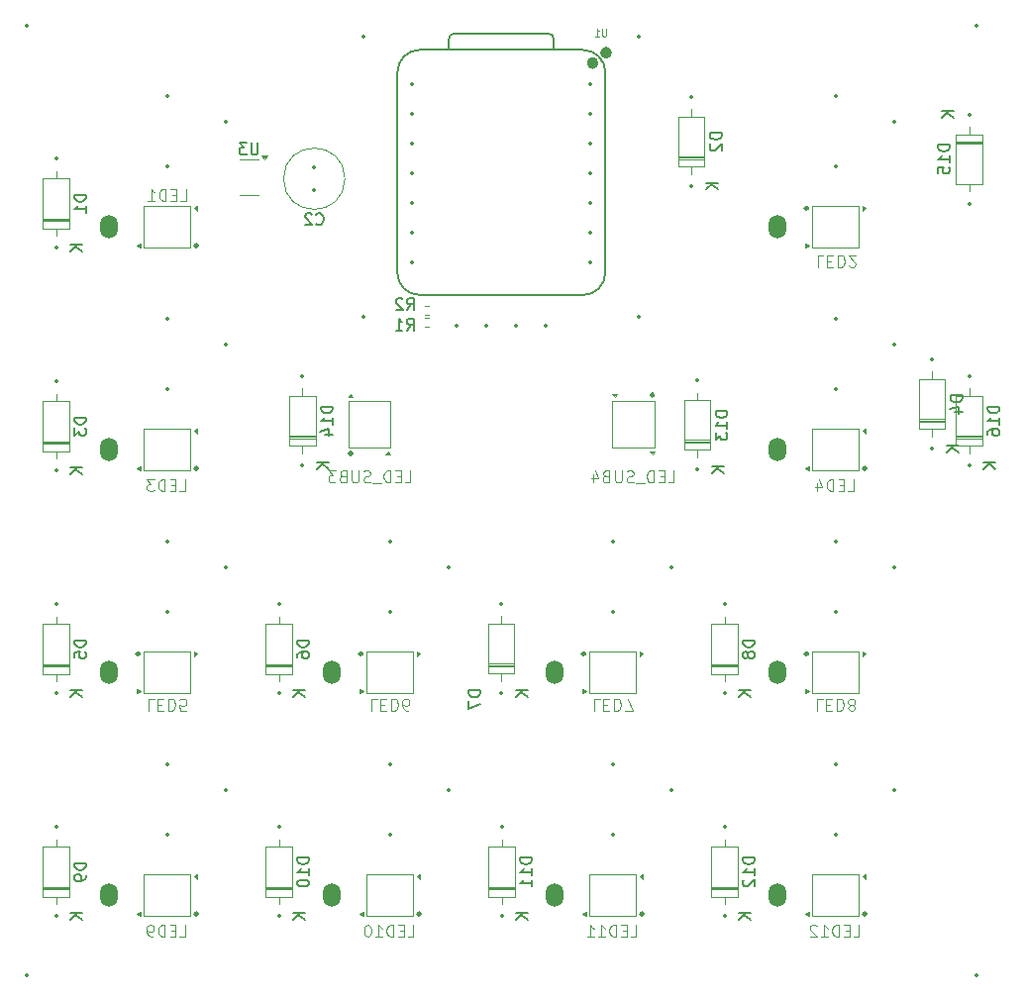
<source format=gbo>
%TF.GenerationSoftware,KiCad,Pcbnew,8.0.8*%
%TF.CreationDate,2025-02-16T16:30:12+01:00*%
%TF.ProjectId,hackpad,6861636b-7061-4642-9e6b-696361645f70,rev?*%
%TF.SameCoordinates,Original*%
%TF.FileFunction,Legend,Bot*%
%TF.FilePolarity,Positive*%
%FSLAX46Y46*%
G04 Gerber Fmt 4.6, Leading zero omitted, Abs format (unit mm)*
G04 Created by KiCad (PCBNEW 8.0.8) date 2025-02-16 16:30:12*
%MOMM*%
%LPD*%
G01*
G04 APERTURE LIST*
%ADD10C,0.100000*%
%ADD11C,0.150000*%
%ADD12C,0.101600*%
%ADD13C,0.250000*%
%ADD14C,0.120000*%
%ADD15C,0.127000*%
%ADD16C,0.504000*%
%ADD17C,0.350000*%
%ADD18O,1.499999X1.999999*%
G04 APERTURE END LIST*
D10*
X61750000Y-68457419D02*
X62226190Y-68457419D01*
X62226190Y-68457419D02*
X62226190Y-67457419D01*
X61416666Y-67933609D02*
X61083333Y-67933609D01*
X60940476Y-68457419D02*
X61416666Y-68457419D01*
X61416666Y-68457419D02*
X61416666Y-67457419D01*
X61416666Y-67457419D02*
X60940476Y-67457419D01*
X60511904Y-68457419D02*
X60511904Y-67457419D01*
X60511904Y-67457419D02*
X60273809Y-67457419D01*
X60273809Y-67457419D02*
X60130952Y-67505038D01*
X60130952Y-67505038D02*
X60035714Y-67600276D01*
X60035714Y-67600276D02*
X59988095Y-67695514D01*
X59988095Y-67695514D02*
X59940476Y-67885990D01*
X59940476Y-67885990D02*
X59940476Y-68028847D01*
X59940476Y-68028847D02*
X59988095Y-68219323D01*
X59988095Y-68219323D02*
X60035714Y-68314561D01*
X60035714Y-68314561D02*
X60130952Y-68409800D01*
X60130952Y-68409800D02*
X60273809Y-68457419D01*
X60273809Y-68457419D02*
X60511904Y-68457419D01*
X59750000Y-68552657D02*
X58988095Y-68552657D01*
X58797618Y-68409800D02*
X58654761Y-68457419D01*
X58654761Y-68457419D02*
X58416666Y-68457419D01*
X58416666Y-68457419D02*
X58321428Y-68409800D01*
X58321428Y-68409800D02*
X58273809Y-68362180D01*
X58273809Y-68362180D02*
X58226190Y-68266942D01*
X58226190Y-68266942D02*
X58226190Y-68171704D01*
X58226190Y-68171704D02*
X58273809Y-68076466D01*
X58273809Y-68076466D02*
X58321428Y-68028847D01*
X58321428Y-68028847D02*
X58416666Y-67981228D01*
X58416666Y-67981228D02*
X58607142Y-67933609D01*
X58607142Y-67933609D02*
X58702380Y-67885990D01*
X58702380Y-67885990D02*
X58749999Y-67838371D01*
X58749999Y-67838371D02*
X58797618Y-67743133D01*
X58797618Y-67743133D02*
X58797618Y-67647895D01*
X58797618Y-67647895D02*
X58749999Y-67552657D01*
X58749999Y-67552657D02*
X58702380Y-67505038D01*
X58702380Y-67505038D02*
X58607142Y-67457419D01*
X58607142Y-67457419D02*
X58369047Y-67457419D01*
X58369047Y-67457419D02*
X58226190Y-67505038D01*
X57797618Y-67457419D02*
X57797618Y-68266942D01*
X57797618Y-68266942D02*
X57749999Y-68362180D01*
X57749999Y-68362180D02*
X57702380Y-68409800D01*
X57702380Y-68409800D02*
X57607142Y-68457419D01*
X57607142Y-68457419D02*
X57416666Y-68457419D01*
X57416666Y-68457419D02*
X57321428Y-68409800D01*
X57321428Y-68409800D02*
X57273809Y-68362180D01*
X57273809Y-68362180D02*
X57226190Y-68266942D01*
X57226190Y-68266942D02*
X57226190Y-67457419D01*
X56416666Y-67933609D02*
X56273809Y-67981228D01*
X56273809Y-67981228D02*
X56226190Y-68028847D01*
X56226190Y-68028847D02*
X56178571Y-68124085D01*
X56178571Y-68124085D02*
X56178571Y-68266942D01*
X56178571Y-68266942D02*
X56226190Y-68362180D01*
X56226190Y-68362180D02*
X56273809Y-68409800D01*
X56273809Y-68409800D02*
X56369047Y-68457419D01*
X56369047Y-68457419D02*
X56749999Y-68457419D01*
X56749999Y-68457419D02*
X56749999Y-67457419D01*
X56749999Y-67457419D02*
X56416666Y-67457419D01*
X56416666Y-67457419D02*
X56321428Y-67505038D01*
X56321428Y-67505038D02*
X56273809Y-67552657D01*
X56273809Y-67552657D02*
X56226190Y-67647895D01*
X56226190Y-67647895D02*
X56226190Y-67743133D01*
X56226190Y-67743133D02*
X56273809Y-67838371D01*
X56273809Y-67838371D02*
X56321428Y-67885990D01*
X56321428Y-67885990D02*
X56416666Y-67933609D01*
X56416666Y-67933609D02*
X56749999Y-67933609D01*
X55845237Y-67457419D02*
X55226190Y-67457419D01*
X55226190Y-67457419D02*
X55559523Y-67838371D01*
X55559523Y-67838371D02*
X55416666Y-67838371D01*
X55416666Y-67838371D02*
X55321428Y-67885990D01*
X55321428Y-67885990D02*
X55273809Y-67933609D01*
X55273809Y-67933609D02*
X55226190Y-68028847D01*
X55226190Y-68028847D02*
X55226190Y-68266942D01*
X55226190Y-68266942D02*
X55273809Y-68362180D01*
X55273809Y-68362180D02*
X55321428Y-68409800D01*
X55321428Y-68409800D02*
X55416666Y-68457419D01*
X55416666Y-68457419D02*
X55702380Y-68457419D01*
X55702380Y-68457419D02*
X55797618Y-68409800D01*
X55797618Y-68409800D02*
X55845237Y-68362180D01*
X97455952Y-86967580D02*
X96979762Y-86967580D01*
X96979762Y-86967580D02*
X96979762Y-87967580D01*
X97789286Y-87491390D02*
X98122619Y-87491390D01*
X98265476Y-86967580D02*
X97789286Y-86967580D01*
X97789286Y-86967580D02*
X97789286Y-87967580D01*
X97789286Y-87967580D02*
X98265476Y-87967580D01*
X98694048Y-86967580D02*
X98694048Y-87967580D01*
X98694048Y-87967580D02*
X98932143Y-87967580D01*
X98932143Y-87967580D02*
X99075000Y-87919961D01*
X99075000Y-87919961D02*
X99170238Y-87824723D01*
X99170238Y-87824723D02*
X99217857Y-87729485D01*
X99217857Y-87729485D02*
X99265476Y-87539009D01*
X99265476Y-87539009D02*
X99265476Y-87396152D01*
X99265476Y-87396152D02*
X99217857Y-87205676D01*
X99217857Y-87205676D02*
X99170238Y-87110438D01*
X99170238Y-87110438D02*
X99075000Y-87015200D01*
X99075000Y-87015200D02*
X98932143Y-86967580D01*
X98932143Y-86967580D02*
X98694048Y-86967580D01*
X99836905Y-87539009D02*
X99741667Y-87586628D01*
X99741667Y-87586628D02*
X99694048Y-87634247D01*
X99694048Y-87634247D02*
X99646429Y-87729485D01*
X99646429Y-87729485D02*
X99646429Y-87777104D01*
X99646429Y-87777104D02*
X99694048Y-87872342D01*
X99694048Y-87872342D02*
X99741667Y-87919961D01*
X99741667Y-87919961D02*
X99836905Y-87967580D01*
X99836905Y-87967580D02*
X100027381Y-87967580D01*
X100027381Y-87967580D02*
X100122619Y-87919961D01*
X100122619Y-87919961D02*
X100170238Y-87872342D01*
X100170238Y-87872342D02*
X100217857Y-87777104D01*
X100217857Y-87777104D02*
X100217857Y-87729485D01*
X100217857Y-87729485D02*
X100170238Y-87634247D01*
X100170238Y-87634247D02*
X100122619Y-87586628D01*
X100122619Y-87586628D02*
X100027381Y-87539009D01*
X100027381Y-87539009D02*
X99836905Y-87539009D01*
X99836905Y-87539009D02*
X99741667Y-87491390D01*
X99741667Y-87491390D02*
X99694048Y-87443771D01*
X99694048Y-87443771D02*
X99646429Y-87348533D01*
X99646429Y-87348533D02*
X99646429Y-87158057D01*
X99646429Y-87158057D02*
X99694048Y-87062819D01*
X99694048Y-87062819D02*
X99741667Y-87015200D01*
X99741667Y-87015200D02*
X99836905Y-86967580D01*
X99836905Y-86967580D02*
X100027381Y-86967580D01*
X100027381Y-86967580D02*
X100122619Y-87015200D01*
X100122619Y-87015200D02*
X100170238Y-87062819D01*
X100170238Y-87062819D02*
X100217857Y-87158057D01*
X100217857Y-87158057D02*
X100217857Y-87348533D01*
X100217857Y-87348533D02*
X100170238Y-87443771D01*
X100170238Y-87443771D02*
X100122619Y-87491390D01*
X100122619Y-87491390D02*
X100027381Y-87539009D01*
X97530952Y-49042580D02*
X97054762Y-49042580D01*
X97054762Y-49042580D02*
X97054762Y-50042580D01*
X97864286Y-49566390D02*
X98197619Y-49566390D01*
X98340476Y-49042580D02*
X97864286Y-49042580D01*
X97864286Y-49042580D02*
X97864286Y-50042580D01*
X97864286Y-50042580D02*
X98340476Y-50042580D01*
X98769048Y-49042580D02*
X98769048Y-50042580D01*
X98769048Y-50042580D02*
X99007143Y-50042580D01*
X99007143Y-50042580D02*
X99150000Y-49994961D01*
X99150000Y-49994961D02*
X99245238Y-49899723D01*
X99245238Y-49899723D02*
X99292857Y-49804485D01*
X99292857Y-49804485D02*
X99340476Y-49614009D01*
X99340476Y-49614009D02*
X99340476Y-49471152D01*
X99340476Y-49471152D02*
X99292857Y-49280676D01*
X99292857Y-49280676D02*
X99245238Y-49185438D01*
X99245238Y-49185438D02*
X99150000Y-49090200D01*
X99150000Y-49090200D02*
X99007143Y-49042580D01*
X99007143Y-49042580D02*
X98769048Y-49042580D01*
X99721429Y-49947342D02*
X99769048Y-49994961D01*
X99769048Y-49994961D02*
X99864286Y-50042580D01*
X99864286Y-50042580D02*
X100102381Y-50042580D01*
X100102381Y-50042580D02*
X100197619Y-49994961D01*
X100197619Y-49994961D02*
X100245238Y-49947342D01*
X100245238Y-49947342D02*
X100292857Y-49852104D01*
X100292857Y-49852104D02*
X100292857Y-49756866D01*
X100292857Y-49756866D02*
X100245238Y-49614009D01*
X100245238Y-49614009D02*
X99673810Y-49042580D01*
X99673810Y-49042580D02*
X100292857Y-49042580D01*
X42469047Y-107307419D02*
X42945237Y-107307419D01*
X42945237Y-107307419D02*
X42945237Y-106307419D01*
X42135713Y-106783609D02*
X41802380Y-106783609D01*
X41659523Y-107307419D02*
X42135713Y-107307419D01*
X42135713Y-107307419D02*
X42135713Y-106307419D01*
X42135713Y-106307419D02*
X41659523Y-106307419D01*
X41230951Y-107307419D02*
X41230951Y-106307419D01*
X41230951Y-106307419D02*
X40992856Y-106307419D01*
X40992856Y-106307419D02*
X40849999Y-106355038D01*
X40849999Y-106355038D02*
X40754761Y-106450276D01*
X40754761Y-106450276D02*
X40707142Y-106545514D01*
X40707142Y-106545514D02*
X40659523Y-106735990D01*
X40659523Y-106735990D02*
X40659523Y-106878847D01*
X40659523Y-106878847D02*
X40707142Y-107069323D01*
X40707142Y-107069323D02*
X40754761Y-107164561D01*
X40754761Y-107164561D02*
X40849999Y-107259800D01*
X40849999Y-107259800D02*
X40992856Y-107307419D01*
X40992856Y-107307419D02*
X41230951Y-107307419D01*
X40183332Y-107307419D02*
X39992856Y-107307419D01*
X39992856Y-107307419D02*
X39897618Y-107259800D01*
X39897618Y-107259800D02*
X39849999Y-107212180D01*
X39849999Y-107212180D02*
X39754761Y-107069323D01*
X39754761Y-107069323D02*
X39707142Y-106878847D01*
X39707142Y-106878847D02*
X39707142Y-106497895D01*
X39707142Y-106497895D02*
X39754761Y-106402657D01*
X39754761Y-106402657D02*
X39802380Y-106355038D01*
X39802380Y-106355038D02*
X39897618Y-106307419D01*
X39897618Y-106307419D02*
X40088094Y-106307419D01*
X40088094Y-106307419D02*
X40183332Y-106355038D01*
X40183332Y-106355038D02*
X40230951Y-106402657D01*
X40230951Y-106402657D02*
X40278570Y-106497895D01*
X40278570Y-106497895D02*
X40278570Y-106735990D01*
X40278570Y-106735990D02*
X40230951Y-106831228D01*
X40230951Y-106831228D02*
X40183332Y-106878847D01*
X40183332Y-106878847D02*
X40088094Y-106926466D01*
X40088094Y-106926466D02*
X39897618Y-106926466D01*
X39897618Y-106926466D02*
X39802380Y-106878847D01*
X39802380Y-106878847D02*
X39754761Y-106831228D01*
X39754761Y-106831228D02*
X39707142Y-106735990D01*
X40305952Y-86967580D02*
X39829762Y-86967580D01*
X39829762Y-86967580D02*
X39829762Y-87967580D01*
X40639286Y-87491390D02*
X40972619Y-87491390D01*
X41115476Y-86967580D02*
X40639286Y-86967580D01*
X40639286Y-86967580D02*
X40639286Y-87967580D01*
X40639286Y-87967580D02*
X41115476Y-87967580D01*
X41544048Y-86967580D02*
X41544048Y-87967580D01*
X41544048Y-87967580D02*
X41782143Y-87967580D01*
X41782143Y-87967580D02*
X41925000Y-87919961D01*
X41925000Y-87919961D02*
X42020238Y-87824723D01*
X42020238Y-87824723D02*
X42067857Y-87729485D01*
X42067857Y-87729485D02*
X42115476Y-87539009D01*
X42115476Y-87539009D02*
X42115476Y-87396152D01*
X42115476Y-87396152D02*
X42067857Y-87205676D01*
X42067857Y-87205676D02*
X42020238Y-87110438D01*
X42020238Y-87110438D02*
X41925000Y-87015200D01*
X41925000Y-87015200D02*
X41782143Y-86967580D01*
X41782143Y-86967580D02*
X41544048Y-86967580D01*
X43020238Y-87967580D02*
X42544048Y-87967580D01*
X42544048Y-87967580D02*
X42496429Y-87491390D01*
X42496429Y-87491390D02*
X42544048Y-87539009D01*
X42544048Y-87539009D02*
X42639286Y-87586628D01*
X42639286Y-87586628D02*
X42877381Y-87586628D01*
X42877381Y-87586628D02*
X42972619Y-87539009D01*
X42972619Y-87539009D02*
X43020238Y-87491390D01*
X43020238Y-87491390D02*
X43067857Y-87396152D01*
X43067857Y-87396152D02*
X43067857Y-87158057D01*
X43067857Y-87158057D02*
X43020238Y-87062819D01*
X43020238Y-87062819D02*
X42972619Y-87015200D01*
X42972619Y-87015200D02*
X42877381Y-86967580D01*
X42877381Y-86967580D02*
X42639286Y-86967580D01*
X42639286Y-86967580D02*
X42544048Y-87015200D01*
X42544048Y-87015200D02*
X42496429Y-87062819D01*
X84250000Y-68457419D02*
X84726190Y-68457419D01*
X84726190Y-68457419D02*
X84726190Y-67457419D01*
X83916666Y-67933609D02*
X83583333Y-67933609D01*
X83440476Y-68457419D02*
X83916666Y-68457419D01*
X83916666Y-68457419D02*
X83916666Y-67457419D01*
X83916666Y-67457419D02*
X83440476Y-67457419D01*
X83011904Y-68457419D02*
X83011904Y-67457419D01*
X83011904Y-67457419D02*
X82773809Y-67457419D01*
X82773809Y-67457419D02*
X82630952Y-67505038D01*
X82630952Y-67505038D02*
X82535714Y-67600276D01*
X82535714Y-67600276D02*
X82488095Y-67695514D01*
X82488095Y-67695514D02*
X82440476Y-67885990D01*
X82440476Y-67885990D02*
X82440476Y-68028847D01*
X82440476Y-68028847D02*
X82488095Y-68219323D01*
X82488095Y-68219323D02*
X82535714Y-68314561D01*
X82535714Y-68314561D02*
X82630952Y-68409800D01*
X82630952Y-68409800D02*
X82773809Y-68457419D01*
X82773809Y-68457419D02*
X83011904Y-68457419D01*
X82250000Y-68552657D02*
X81488095Y-68552657D01*
X81297618Y-68409800D02*
X81154761Y-68457419D01*
X81154761Y-68457419D02*
X80916666Y-68457419D01*
X80916666Y-68457419D02*
X80821428Y-68409800D01*
X80821428Y-68409800D02*
X80773809Y-68362180D01*
X80773809Y-68362180D02*
X80726190Y-68266942D01*
X80726190Y-68266942D02*
X80726190Y-68171704D01*
X80726190Y-68171704D02*
X80773809Y-68076466D01*
X80773809Y-68076466D02*
X80821428Y-68028847D01*
X80821428Y-68028847D02*
X80916666Y-67981228D01*
X80916666Y-67981228D02*
X81107142Y-67933609D01*
X81107142Y-67933609D02*
X81202380Y-67885990D01*
X81202380Y-67885990D02*
X81249999Y-67838371D01*
X81249999Y-67838371D02*
X81297618Y-67743133D01*
X81297618Y-67743133D02*
X81297618Y-67647895D01*
X81297618Y-67647895D02*
X81249999Y-67552657D01*
X81249999Y-67552657D02*
X81202380Y-67505038D01*
X81202380Y-67505038D02*
X81107142Y-67457419D01*
X81107142Y-67457419D02*
X80869047Y-67457419D01*
X80869047Y-67457419D02*
X80726190Y-67505038D01*
X80297618Y-67457419D02*
X80297618Y-68266942D01*
X80297618Y-68266942D02*
X80249999Y-68362180D01*
X80249999Y-68362180D02*
X80202380Y-68409800D01*
X80202380Y-68409800D02*
X80107142Y-68457419D01*
X80107142Y-68457419D02*
X79916666Y-68457419D01*
X79916666Y-68457419D02*
X79821428Y-68409800D01*
X79821428Y-68409800D02*
X79773809Y-68362180D01*
X79773809Y-68362180D02*
X79726190Y-68266942D01*
X79726190Y-68266942D02*
X79726190Y-67457419D01*
X78916666Y-67933609D02*
X78773809Y-67981228D01*
X78773809Y-67981228D02*
X78726190Y-68028847D01*
X78726190Y-68028847D02*
X78678571Y-68124085D01*
X78678571Y-68124085D02*
X78678571Y-68266942D01*
X78678571Y-68266942D02*
X78726190Y-68362180D01*
X78726190Y-68362180D02*
X78773809Y-68409800D01*
X78773809Y-68409800D02*
X78869047Y-68457419D01*
X78869047Y-68457419D02*
X79249999Y-68457419D01*
X79249999Y-68457419D02*
X79249999Y-67457419D01*
X79249999Y-67457419D02*
X78916666Y-67457419D01*
X78916666Y-67457419D02*
X78821428Y-67505038D01*
X78821428Y-67505038D02*
X78773809Y-67552657D01*
X78773809Y-67552657D02*
X78726190Y-67647895D01*
X78726190Y-67647895D02*
X78726190Y-67743133D01*
X78726190Y-67743133D02*
X78773809Y-67838371D01*
X78773809Y-67838371D02*
X78821428Y-67885990D01*
X78821428Y-67885990D02*
X78916666Y-67933609D01*
X78916666Y-67933609D02*
X79249999Y-67933609D01*
X77821428Y-67790752D02*
X77821428Y-68457419D01*
X78059523Y-67409800D02*
X78297618Y-68124085D01*
X78297618Y-68124085D02*
X77678571Y-68124085D01*
X59355952Y-86967580D02*
X58879762Y-86967580D01*
X58879762Y-86967580D02*
X58879762Y-87967580D01*
X59689286Y-87491390D02*
X60022619Y-87491390D01*
X60165476Y-86967580D02*
X59689286Y-86967580D01*
X59689286Y-86967580D02*
X59689286Y-87967580D01*
X59689286Y-87967580D02*
X60165476Y-87967580D01*
X60594048Y-86967580D02*
X60594048Y-87967580D01*
X60594048Y-87967580D02*
X60832143Y-87967580D01*
X60832143Y-87967580D02*
X60975000Y-87919961D01*
X60975000Y-87919961D02*
X61070238Y-87824723D01*
X61070238Y-87824723D02*
X61117857Y-87729485D01*
X61117857Y-87729485D02*
X61165476Y-87539009D01*
X61165476Y-87539009D02*
X61165476Y-87396152D01*
X61165476Y-87396152D02*
X61117857Y-87205676D01*
X61117857Y-87205676D02*
X61070238Y-87110438D01*
X61070238Y-87110438D02*
X60975000Y-87015200D01*
X60975000Y-87015200D02*
X60832143Y-86967580D01*
X60832143Y-86967580D02*
X60594048Y-86967580D01*
X62022619Y-87967580D02*
X61832143Y-87967580D01*
X61832143Y-87967580D02*
X61736905Y-87919961D01*
X61736905Y-87919961D02*
X61689286Y-87872342D01*
X61689286Y-87872342D02*
X61594048Y-87729485D01*
X61594048Y-87729485D02*
X61546429Y-87539009D01*
X61546429Y-87539009D02*
X61546429Y-87158057D01*
X61546429Y-87158057D02*
X61594048Y-87062819D01*
X61594048Y-87062819D02*
X61641667Y-87015200D01*
X61641667Y-87015200D02*
X61736905Y-86967580D01*
X61736905Y-86967580D02*
X61927381Y-86967580D01*
X61927381Y-86967580D02*
X62022619Y-87015200D01*
X62022619Y-87015200D02*
X62070238Y-87062819D01*
X62070238Y-87062819D02*
X62117857Y-87158057D01*
X62117857Y-87158057D02*
X62117857Y-87396152D01*
X62117857Y-87396152D02*
X62070238Y-87491390D01*
X62070238Y-87491390D02*
X62022619Y-87539009D01*
X62022619Y-87539009D02*
X61927381Y-87586628D01*
X61927381Y-87586628D02*
X61736905Y-87586628D01*
X61736905Y-87586628D02*
X61641667Y-87539009D01*
X61641667Y-87539009D02*
X61594048Y-87491390D01*
X61594048Y-87491390D02*
X61546429Y-87396152D01*
X78405952Y-86967580D02*
X77929762Y-86967580D01*
X77929762Y-86967580D02*
X77929762Y-87967580D01*
X78739286Y-87491390D02*
X79072619Y-87491390D01*
X79215476Y-86967580D02*
X78739286Y-86967580D01*
X78739286Y-86967580D02*
X78739286Y-87967580D01*
X78739286Y-87967580D02*
X79215476Y-87967580D01*
X79644048Y-86967580D02*
X79644048Y-87967580D01*
X79644048Y-87967580D02*
X79882143Y-87967580D01*
X79882143Y-87967580D02*
X80025000Y-87919961D01*
X80025000Y-87919961D02*
X80120238Y-87824723D01*
X80120238Y-87824723D02*
X80167857Y-87729485D01*
X80167857Y-87729485D02*
X80215476Y-87539009D01*
X80215476Y-87539009D02*
X80215476Y-87396152D01*
X80215476Y-87396152D02*
X80167857Y-87205676D01*
X80167857Y-87205676D02*
X80120238Y-87110438D01*
X80120238Y-87110438D02*
X80025000Y-87015200D01*
X80025000Y-87015200D02*
X79882143Y-86967580D01*
X79882143Y-86967580D02*
X79644048Y-86967580D01*
X80548810Y-87967580D02*
X81215476Y-87967580D01*
X81215476Y-87967580D02*
X80786905Y-86967580D01*
X42544047Y-44382419D02*
X43020237Y-44382419D01*
X43020237Y-44382419D02*
X43020237Y-43382419D01*
X42210713Y-43858609D02*
X41877380Y-43858609D01*
X41734523Y-44382419D02*
X42210713Y-44382419D01*
X42210713Y-44382419D02*
X42210713Y-43382419D01*
X42210713Y-43382419D02*
X41734523Y-43382419D01*
X41305951Y-44382419D02*
X41305951Y-43382419D01*
X41305951Y-43382419D02*
X41067856Y-43382419D01*
X41067856Y-43382419D02*
X40924999Y-43430038D01*
X40924999Y-43430038D02*
X40829761Y-43525276D01*
X40829761Y-43525276D02*
X40782142Y-43620514D01*
X40782142Y-43620514D02*
X40734523Y-43810990D01*
X40734523Y-43810990D02*
X40734523Y-43953847D01*
X40734523Y-43953847D02*
X40782142Y-44144323D01*
X40782142Y-44144323D02*
X40829761Y-44239561D01*
X40829761Y-44239561D02*
X40924999Y-44334800D01*
X40924999Y-44334800D02*
X41067856Y-44382419D01*
X41067856Y-44382419D02*
X41305951Y-44382419D01*
X39782142Y-44382419D02*
X40353570Y-44382419D01*
X40067856Y-44382419D02*
X40067856Y-43382419D01*
X40067856Y-43382419D02*
X40163094Y-43525276D01*
X40163094Y-43525276D02*
X40258332Y-43620514D01*
X40258332Y-43620514D02*
X40353570Y-43668133D01*
X99619047Y-69207419D02*
X100095237Y-69207419D01*
X100095237Y-69207419D02*
X100095237Y-68207419D01*
X99285713Y-68683609D02*
X98952380Y-68683609D01*
X98809523Y-69207419D02*
X99285713Y-69207419D01*
X99285713Y-69207419D02*
X99285713Y-68207419D01*
X99285713Y-68207419D02*
X98809523Y-68207419D01*
X98380951Y-69207419D02*
X98380951Y-68207419D01*
X98380951Y-68207419D02*
X98142856Y-68207419D01*
X98142856Y-68207419D02*
X97999999Y-68255038D01*
X97999999Y-68255038D02*
X97904761Y-68350276D01*
X97904761Y-68350276D02*
X97857142Y-68445514D01*
X97857142Y-68445514D02*
X97809523Y-68635990D01*
X97809523Y-68635990D02*
X97809523Y-68778847D01*
X97809523Y-68778847D02*
X97857142Y-68969323D01*
X97857142Y-68969323D02*
X97904761Y-69064561D01*
X97904761Y-69064561D02*
X97999999Y-69159800D01*
X97999999Y-69159800D02*
X98142856Y-69207419D01*
X98142856Y-69207419D02*
X98380951Y-69207419D01*
X96952380Y-68540752D02*
X96952380Y-69207419D01*
X97190475Y-68159800D02*
X97428570Y-68874085D01*
X97428570Y-68874085D02*
X96809523Y-68874085D01*
X81045238Y-107307419D02*
X81521428Y-107307419D01*
X81521428Y-107307419D02*
X81521428Y-106307419D01*
X80711904Y-106783609D02*
X80378571Y-106783609D01*
X80235714Y-107307419D02*
X80711904Y-107307419D01*
X80711904Y-107307419D02*
X80711904Y-106307419D01*
X80711904Y-106307419D02*
X80235714Y-106307419D01*
X79807142Y-107307419D02*
X79807142Y-106307419D01*
X79807142Y-106307419D02*
X79569047Y-106307419D01*
X79569047Y-106307419D02*
X79426190Y-106355038D01*
X79426190Y-106355038D02*
X79330952Y-106450276D01*
X79330952Y-106450276D02*
X79283333Y-106545514D01*
X79283333Y-106545514D02*
X79235714Y-106735990D01*
X79235714Y-106735990D02*
X79235714Y-106878847D01*
X79235714Y-106878847D02*
X79283333Y-107069323D01*
X79283333Y-107069323D02*
X79330952Y-107164561D01*
X79330952Y-107164561D02*
X79426190Y-107259800D01*
X79426190Y-107259800D02*
X79569047Y-107307419D01*
X79569047Y-107307419D02*
X79807142Y-107307419D01*
X78283333Y-107307419D02*
X78854761Y-107307419D01*
X78569047Y-107307419D02*
X78569047Y-106307419D01*
X78569047Y-106307419D02*
X78664285Y-106450276D01*
X78664285Y-106450276D02*
X78759523Y-106545514D01*
X78759523Y-106545514D02*
X78854761Y-106593133D01*
X77330952Y-107307419D02*
X77902380Y-107307419D01*
X77616666Y-107307419D02*
X77616666Y-106307419D01*
X77616666Y-106307419D02*
X77711904Y-106450276D01*
X77711904Y-106450276D02*
X77807142Y-106545514D01*
X77807142Y-106545514D02*
X77902380Y-106593133D01*
X100095238Y-107307419D02*
X100571428Y-107307419D01*
X100571428Y-107307419D02*
X100571428Y-106307419D01*
X99761904Y-106783609D02*
X99428571Y-106783609D01*
X99285714Y-107307419D02*
X99761904Y-107307419D01*
X99761904Y-107307419D02*
X99761904Y-106307419D01*
X99761904Y-106307419D02*
X99285714Y-106307419D01*
X98857142Y-107307419D02*
X98857142Y-106307419D01*
X98857142Y-106307419D02*
X98619047Y-106307419D01*
X98619047Y-106307419D02*
X98476190Y-106355038D01*
X98476190Y-106355038D02*
X98380952Y-106450276D01*
X98380952Y-106450276D02*
X98333333Y-106545514D01*
X98333333Y-106545514D02*
X98285714Y-106735990D01*
X98285714Y-106735990D02*
X98285714Y-106878847D01*
X98285714Y-106878847D02*
X98333333Y-107069323D01*
X98333333Y-107069323D02*
X98380952Y-107164561D01*
X98380952Y-107164561D02*
X98476190Y-107259800D01*
X98476190Y-107259800D02*
X98619047Y-107307419D01*
X98619047Y-107307419D02*
X98857142Y-107307419D01*
X97333333Y-107307419D02*
X97904761Y-107307419D01*
X97619047Y-107307419D02*
X97619047Y-106307419D01*
X97619047Y-106307419D02*
X97714285Y-106450276D01*
X97714285Y-106450276D02*
X97809523Y-106545514D01*
X97809523Y-106545514D02*
X97904761Y-106593133D01*
X96952380Y-106402657D02*
X96904761Y-106355038D01*
X96904761Y-106355038D02*
X96809523Y-106307419D01*
X96809523Y-106307419D02*
X96571428Y-106307419D01*
X96571428Y-106307419D02*
X96476190Y-106355038D01*
X96476190Y-106355038D02*
X96428571Y-106402657D01*
X96428571Y-106402657D02*
X96380952Y-106497895D01*
X96380952Y-106497895D02*
X96380952Y-106593133D01*
X96380952Y-106593133D02*
X96428571Y-106735990D01*
X96428571Y-106735990D02*
X96999999Y-107307419D01*
X96999999Y-107307419D02*
X96380952Y-107307419D01*
X42469047Y-69207419D02*
X42945237Y-69207419D01*
X42945237Y-69207419D02*
X42945237Y-68207419D01*
X42135713Y-68683609D02*
X41802380Y-68683609D01*
X41659523Y-69207419D02*
X42135713Y-69207419D01*
X42135713Y-69207419D02*
X42135713Y-68207419D01*
X42135713Y-68207419D02*
X41659523Y-68207419D01*
X41230951Y-69207419D02*
X41230951Y-68207419D01*
X41230951Y-68207419D02*
X40992856Y-68207419D01*
X40992856Y-68207419D02*
X40849999Y-68255038D01*
X40849999Y-68255038D02*
X40754761Y-68350276D01*
X40754761Y-68350276D02*
X40707142Y-68445514D01*
X40707142Y-68445514D02*
X40659523Y-68635990D01*
X40659523Y-68635990D02*
X40659523Y-68778847D01*
X40659523Y-68778847D02*
X40707142Y-68969323D01*
X40707142Y-68969323D02*
X40754761Y-69064561D01*
X40754761Y-69064561D02*
X40849999Y-69159800D01*
X40849999Y-69159800D02*
X40992856Y-69207419D01*
X40992856Y-69207419D02*
X41230951Y-69207419D01*
X40326189Y-68207419D02*
X39707142Y-68207419D01*
X39707142Y-68207419D02*
X40040475Y-68588371D01*
X40040475Y-68588371D02*
X39897618Y-68588371D01*
X39897618Y-68588371D02*
X39802380Y-68635990D01*
X39802380Y-68635990D02*
X39754761Y-68683609D01*
X39754761Y-68683609D02*
X39707142Y-68778847D01*
X39707142Y-68778847D02*
X39707142Y-69016942D01*
X39707142Y-69016942D02*
X39754761Y-69112180D01*
X39754761Y-69112180D02*
X39802380Y-69159800D01*
X39802380Y-69159800D02*
X39897618Y-69207419D01*
X39897618Y-69207419D02*
X40183332Y-69207419D01*
X40183332Y-69207419D02*
X40278570Y-69159800D01*
X40278570Y-69159800D02*
X40326189Y-69112180D01*
X61995238Y-107307419D02*
X62471428Y-107307419D01*
X62471428Y-107307419D02*
X62471428Y-106307419D01*
X61661904Y-106783609D02*
X61328571Y-106783609D01*
X61185714Y-107307419D02*
X61661904Y-107307419D01*
X61661904Y-107307419D02*
X61661904Y-106307419D01*
X61661904Y-106307419D02*
X61185714Y-106307419D01*
X60757142Y-107307419D02*
X60757142Y-106307419D01*
X60757142Y-106307419D02*
X60519047Y-106307419D01*
X60519047Y-106307419D02*
X60376190Y-106355038D01*
X60376190Y-106355038D02*
X60280952Y-106450276D01*
X60280952Y-106450276D02*
X60233333Y-106545514D01*
X60233333Y-106545514D02*
X60185714Y-106735990D01*
X60185714Y-106735990D02*
X60185714Y-106878847D01*
X60185714Y-106878847D02*
X60233333Y-107069323D01*
X60233333Y-107069323D02*
X60280952Y-107164561D01*
X60280952Y-107164561D02*
X60376190Y-107259800D01*
X60376190Y-107259800D02*
X60519047Y-107307419D01*
X60519047Y-107307419D02*
X60757142Y-107307419D01*
X59233333Y-107307419D02*
X59804761Y-107307419D01*
X59519047Y-107307419D02*
X59519047Y-106307419D01*
X59519047Y-106307419D02*
X59614285Y-106450276D01*
X59614285Y-106450276D02*
X59709523Y-106545514D01*
X59709523Y-106545514D02*
X59804761Y-106593133D01*
X58614285Y-106307419D02*
X58519047Y-106307419D01*
X58519047Y-106307419D02*
X58423809Y-106355038D01*
X58423809Y-106355038D02*
X58376190Y-106402657D01*
X58376190Y-106402657D02*
X58328571Y-106497895D01*
X58328571Y-106497895D02*
X58280952Y-106688371D01*
X58280952Y-106688371D02*
X58280952Y-106926466D01*
X58280952Y-106926466D02*
X58328571Y-107116942D01*
X58328571Y-107116942D02*
X58376190Y-107212180D01*
X58376190Y-107212180D02*
X58423809Y-107259800D01*
X58423809Y-107259800D02*
X58519047Y-107307419D01*
X58519047Y-107307419D02*
X58614285Y-107307419D01*
X58614285Y-107307419D02*
X58709523Y-107259800D01*
X58709523Y-107259800D02*
X58757142Y-107212180D01*
X58757142Y-107212180D02*
X58804761Y-107116942D01*
X58804761Y-107116942D02*
X58852380Y-106926466D01*
X58852380Y-106926466D02*
X58852380Y-106688371D01*
X58852380Y-106688371D02*
X58804761Y-106497895D01*
X58804761Y-106497895D02*
X58757142Y-106402657D01*
X58757142Y-106402657D02*
X58709523Y-106355038D01*
X58709523Y-106355038D02*
X58614285Y-106307419D01*
D11*
X53549819Y-100550714D02*
X52549819Y-100550714D01*
X52549819Y-100550714D02*
X52549819Y-100788809D01*
X52549819Y-100788809D02*
X52597438Y-100931666D01*
X52597438Y-100931666D02*
X52692676Y-101026904D01*
X52692676Y-101026904D02*
X52787914Y-101074523D01*
X52787914Y-101074523D02*
X52978390Y-101122142D01*
X52978390Y-101122142D02*
X53121247Y-101122142D01*
X53121247Y-101122142D02*
X53311723Y-101074523D01*
X53311723Y-101074523D02*
X53406961Y-101026904D01*
X53406961Y-101026904D02*
X53502200Y-100931666D01*
X53502200Y-100931666D02*
X53549819Y-100788809D01*
X53549819Y-100788809D02*
X53549819Y-100550714D01*
X53549819Y-102074523D02*
X53549819Y-101503095D01*
X53549819Y-101788809D02*
X52549819Y-101788809D01*
X52549819Y-101788809D02*
X52692676Y-101693571D01*
X52692676Y-101693571D02*
X52787914Y-101598333D01*
X52787914Y-101598333D02*
X52835533Y-101503095D01*
X52549819Y-102693571D02*
X52549819Y-102788809D01*
X52549819Y-102788809D02*
X52597438Y-102884047D01*
X52597438Y-102884047D02*
X52645057Y-102931666D01*
X52645057Y-102931666D02*
X52740295Y-102979285D01*
X52740295Y-102979285D02*
X52930771Y-103026904D01*
X52930771Y-103026904D02*
X53168866Y-103026904D01*
X53168866Y-103026904D02*
X53359342Y-102979285D01*
X53359342Y-102979285D02*
X53454580Y-102931666D01*
X53454580Y-102931666D02*
X53502200Y-102884047D01*
X53502200Y-102884047D02*
X53549819Y-102788809D01*
X53549819Y-102788809D02*
X53549819Y-102693571D01*
X53549819Y-102693571D02*
X53502200Y-102598333D01*
X53502200Y-102598333D02*
X53454580Y-102550714D01*
X53454580Y-102550714D02*
X53359342Y-102503095D01*
X53359342Y-102503095D02*
X53168866Y-102455476D01*
X53168866Y-102455476D02*
X52930771Y-102455476D01*
X52930771Y-102455476D02*
X52740295Y-102503095D01*
X52740295Y-102503095D02*
X52645057Y-102550714D01*
X52645057Y-102550714D02*
X52597438Y-102598333D01*
X52597438Y-102598333D02*
X52549819Y-102693571D01*
X53229819Y-105313095D02*
X52229819Y-105313095D01*
X53229819Y-105884523D02*
X52658390Y-105455952D01*
X52229819Y-105884523D02*
X52801247Y-105313095D01*
X89324819Y-62345714D02*
X88324819Y-62345714D01*
X88324819Y-62345714D02*
X88324819Y-62583809D01*
X88324819Y-62583809D02*
X88372438Y-62726666D01*
X88372438Y-62726666D02*
X88467676Y-62821904D01*
X88467676Y-62821904D02*
X88562914Y-62869523D01*
X88562914Y-62869523D02*
X88753390Y-62917142D01*
X88753390Y-62917142D02*
X88896247Y-62917142D01*
X88896247Y-62917142D02*
X89086723Y-62869523D01*
X89086723Y-62869523D02*
X89181961Y-62821904D01*
X89181961Y-62821904D02*
X89277200Y-62726666D01*
X89277200Y-62726666D02*
X89324819Y-62583809D01*
X89324819Y-62583809D02*
X89324819Y-62345714D01*
X89324819Y-63869523D02*
X89324819Y-63298095D01*
X89324819Y-63583809D02*
X88324819Y-63583809D01*
X88324819Y-63583809D02*
X88467676Y-63488571D01*
X88467676Y-63488571D02*
X88562914Y-63393333D01*
X88562914Y-63393333D02*
X88610533Y-63298095D01*
X88324819Y-64202857D02*
X88324819Y-64821904D01*
X88324819Y-64821904D02*
X88705771Y-64488571D01*
X88705771Y-64488571D02*
X88705771Y-64631428D01*
X88705771Y-64631428D02*
X88753390Y-64726666D01*
X88753390Y-64726666D02*
X88801009Y-64774285D01*
X88801009Y-64774285D02*
X88896247Y-64821904D01*
X88896247Y-64821904D02*
X89134342Y-64821904D01*
X89134342Y-64821904D02*
X89229580Y-64774285D01*
X89229580Y-64774285D02*
X89277200Y-64726666D01*
X89277200Y-64726666D02*
X89324819Y-64631428D01*
X89324819Y-64631428D02*
X89324819Y-64345714D01*
X89324819Y-64345714D02*
X89277200Y-64250476D01*
X89277200Y-64250476D02*
X89229580Y-64202857D01*
X89004819Y-67108095D02*
X88004819Y-67108095D01*
X89004819Y-67679523D02*
X88433390Y-67250952D01*
X88004819Y-67679523D02*
X88576247Y-67108095D01*
X91649819Y-81976905D02*
X90649819Y-81976905D01*
X90649819Y-81976905D02*
X90649819Y-82215000D01*
X90649819Y-82215000D02*
X90697438Y-82357857D01*
X90697438Y-82357857D02*
X90792676Y-82453095D01*
X90792676Y-82453095D02*
X90887914Y-82500714D01*
X90887914Y-82500714D02*
X91078390Y-82548333D01*
X91078390Y-82548333D02*
X91221247Y-82548333D01*
X91221247Y-82548333D02*
X91411723Y-82500714D01*
X91411723Y-82500714D02*
X91506961Y-82453095D01*
X91506961Y-82453095D02*
X91602200Y-82357857D01*
X91602200Y-82357857D02*
X91649819Y-82215000D01*
X91649819Y-82215000D02*
X91649819Y-81976905D01*
X91078390Y-83119762D02*
X91030771Y-83024524D01*
X91030771Y-83024524D02*
X90983152Y-82976905D01*
X90983152Y-82976905D02*
X90887914Y-82929286D01*
X90887914Y-82929286D02*
X90840295Y-82929286D01*
X90840295Y-82929286D02*
X90745057Y-82976905D01*
X90745057Y-82976905D02*
X90697438Y-83024524D01*
X90697438Y-83024524D02*
X90649819Y-83119762D01*
X90649819Y-83119762D02*
X90649819Y-83310238D01*
X90649819Y-83310238D02*
X90697438Y-83405476D01*
X90697438Y-83405476D02*
X90745057Y-83453095D01*
X90745057Y-83453095D02*
X90840295Y-83500714D01*
X90840295Y-83500714D02*
X90887914Y-83500714D01*
X90887914Y-83500714D02*
X90983152Y-83453095D01*
X90983152Y-83453095D02*
X91030771Y-83405476D01*
X91030771Y-83405476D02*
X91078390Y-83310238D01*
X91078390Y-83310238D02*
X91078390Y-83119762D01*
X91078390Y-83119762D02*
X91126009Y-83024524D01*
X91126009Y-83024524D02*
X91173628Y-82976905D01*
X91173628Y-82976905D02*
X91268866Y-82929286D01*
X91268866Y-82929286D02*
X91459342Y-82929286D01*
X91459342Y-82929286D02*
X91554580Y-82976905D01*
X91554580Y-82976905D02*
X91602200Y-83024524D01*
X91602200Y-83024524D02*
X91649819Y-83119762D01*
X91649819Y-83119762D02*
X91649819Y-83310238D01*
X91649819Y-83310238D02*
X91602200Y-83405476D01*
X91602200Y-83405476D02*
X91554580Y-83453095D01*
X91554580Y-83453095D02*
X91459342Y-83500714D01*
X91459342Y-83500714D02*
X91268866Y-83500714D01*
X91268866Y-83500714D02*
X91173628Y-83453095D01*
X91173628Y-83453095D02*
X91126009Y-83405476D01*
X91126009Y-83405476D02*
X91078390Y-83310238D01*
X91329819Y-86263095D02*
X90329819Y-86263095D01*
X91329819Y-86834523D02*
X90758390Y-86405952D01*
X90329819Y-86834523D02*
X90901247Y-86263095D01*
X91649819Y-100550714D02*
X90649819Y-100550714D01*
X90649819Y-100550714D02*
X90649819Y-100788809D01*
X90649819Y-100788809D02*
X90697438Y-100931666D01*
X90697438Y-100931666D02*
X90792676Y-101026904D01*
X90792676Y-101026904D02*
X90887914Y-101074523D01*
X90887914Y-101074523D02*
X91078390Y-101122142D01*
X91078390Y-101122142D02*
X91221247Y-101122142D01*
X91221247Y-101122142D02*
X91411723Y-101074523D01*
X91411723Y-101074523D02*
X91506961Y-101026904D01*
X91506961Y-101026904D02*
X91602200Y-100931666D01*
X91602200Y-100931666D02*
X91649819Y-100788809D01*
X91649819Y-100788809D02*
X91649819Y-100550714D01*
X91649819Y-102074523D02*
X91649819Y-101503095D01*
X91649819Y-101788809D02*
X90649819Y-101788809D01*
X90649819Y-101788809D02*
X90792676Y-101693571D01*
X90792676Y-101693571D02*
X90887914Y-101598333D01*
X90887914Y-101598333D02*
X90935533Y-101503095D01*
X90745057Y-102455476D02*
X90697438Y-102503095D01*
X90697438Y-102503095D02*
X90649819Y-102598333D01*
X90649819Y-102598333D02*
X90649819Y-102836428D01*
X90649819Y-102836428D02*
X90697438Y-102931666D01*
X90697438Y-102931666D02*
X90745057Y-102979285D01*
X90745057Y-102979285D02*
X90840295Y-103026904D01*
X90840295Y-103026904D02*
X90935533Y-103026904D01*
X90935533Y-103026904D02*
X91078390Y-102979285D01*
X91078390Y-102979285D02*
X91649819Y-102407857D01*
X91649819Y-102407857D02*
X91649819Y-103026904D01*
X91329819Y-105313095D02*
X90329819Y-105313095D01*
X91329819Y-105884523D02*
X90758390Y-105455952D01*
X90329819Y-105884523D02*
X90901247Y-105313095D01*
X34499819Y-81976905D02*
X33499819Y-81976905D01*
X33499819Y-81976905D02*
X33499819Y-82215000D01*
X33499819Y-82215000D02*
X33547438Y-82357857D01*
X33547438Y-82357857D02*
X33642676Y-82453095D01*
X33642676Y-82453095D02*
X33737914Y-82500714D01*
X33737914Y-82500714D02*
X33928390Y-82548333D01*
X33928390Y-82548333D02*
X34071247Y-82548333D01*
X34071247Y-82548333D02*
X34261723Y-82500714D01*
X34261723Y-82500714D02*
X34356961Y-82453095D01*
X34356961Y-82453095D02*
X34452200Y-82357857D01*
X34452200Y-82357857D02*
X34499819Y-82215000D01*
X34499819Y-82215000D02*
X34499819Y-81976905D01*
X33499819Y-83453095D02*
X33499819Y-82976905D01*
X33499819Y-82976905D02*
X33976009Y-82929286D01*
X33976009Y-82929286D02*
X33928390Y-82976905D01*
X33928390Y-82976905D02*
X33880771Y-83072143D01*
X33880771Y-83072143D02*
X33880771Y-83310238D01*
X33880771Y-83310238D02*
X33928390Y-83405476D01*
X33928390Y-83405476D02*
X33976009Y-83453095D01*
X33976009Y-83453095D02*
X34071247Y-83500714D01*
X34071247Y-83500714D02*
X34309342Y-83500714D01*
X34309342Y-83500714D02*
X34404580Y-83453095D01*
X34404580Y-83453095D02*
X34452200Y-83405476D01*
X34452200Y-83405476D02*
X34499819Y-83310238D01*
X34499819Y-83310238D02*
X34499819Y-83072143D01*
X34499819Y-83072143D02*
X34452200Y-82976905D01*
X34452200Y-82976905D02*
X34404580Y-82929286D01*
X34179819Y-86263095D02*
X33179819Y-86263095D01*
X34179819Y-86834523D02*
X33608390Y-86405952D01*
X33179819Y-86834523D02*
X33751247Y-86263095D01*
X55574819Y-61975714D02*
X54574819Y-61975714D01*
X54574819Y-61975714D02*
X54574819Y-62213809D01*
X54574819Y-62213809D02*
X54622438Y-62356666D01*
X54622438Y-62356666D02*
X54717676Y-62451904D01*
X54717676Y-62451904D02*
X54812914Y-62499523D01*
X54812914Y-62499523D02*
X55003390Y-62547142D01*
X55003390Y-62547142D02*
X55146247Y-62547142D01*
X55146247Y-62547142D02*
X55336723Y-62499523D01*
X55336723Y-62499523D02*
X55431961Y-62451904D01*
X55431961Y-62451904D02*
X55527200Y-62356666D01*
X55527200Y-62356666D02*
X55574819Y-62213809D01*
X55574819Y-62213809D02*
X55574819Y-61975714D01*
X55574819Y-63499523D02*
X55574819Y-62928095D01*
X55574819Y-63213809D02*
X54574819Y-63213809D01*
X54574819Y-63213809D02*
X54717676Y-63118571D01*
X54717676Y-63118571D02*
X54812914Y-63023333D01*
X54812914Y-63023333D02*
X54860533Y-62928095D01*
X54908152Y-64356666D02*
X55574819Y-64356666D01*
X54527200Y-64118571D02*
X55241485Y-63880476D01*
X55241485Y-63880476D02*
X55241485Y-64499523D01*
X55254819Y-66738095D02*
X54254819Y-66738095D01*
X55254819Y-67309523D02*
X54683390Y-66880952D01*
X54254819Y-67309523D02*
X54826247Y-66738095D01*
X108334819Y-39595714D02*
X107334819Y-39595714D01*
X107334819Y-39595714D02*
X107334819Y-39833809D01*
X107334819Y-39833809D02*
X107382438Y-39976666D01*
X107382438Y-39976666D02*
X107477676Y-40071904D01*
X107477676Y-40071904D02*
X107572914Y-40119523D01*
X107572914Y-40119523D02*
X107763390Y-40167142D01*
X107763390Y-40167142D02*
X107906247Y-40167142D01*
X107906247Y-40167142D02*
X108096723Y-40119523D01*
X108096723Y-40119523D02*
X108191961Y-40071904D01*
X108191961Y-40071904D02*
X108287200Y-39976666D01*
X108287200Y-39976666D02*
X108334819Y-39833809D01*
X108334819Y-39833809D02*
X108334819Y-39595714D01*
X108334819Y-41119523D02*
X108334819Y-40548095D01*
X108334819Y-40833809D02*
X107334819Y-40833809D01*
X107334819Y-40833809D02*
X107477676Y-40738571D01*
X107477676Y-40738571D02*
X107572914Y-40643333D01*
X107572914Y-40643333D02*
X107620533Y-40548095D01*
X107334819Y-42024285D02*
X107334819Y-41548095D01*
X107334819Y-41548095D02*
X107811009Y-41500476D01*
X107811009Y-41500476D02*
X107763390Y-41548095D01*
X107763390Y-41548095D02*
X107715771Y-41643333D01*
X107715771Y-41643333D02*
X107715771Y-41881428D01*
X107715771Y-41881428D02*
X107763390Y-41976666D01*
X107763390Y-41976666D02*
X107811009Y-42024285D01*
X107811009Y-42024285D02*
X107906247Y-42071904D01*
X107906247Y-42071904D02*
X108144342Y-42071904D01*
X108144342Y-42071904D02*
X108239580Y-42024285D01*
X108239580Y-42024285D02*
X108287200Y-41976666D01*
X108287200Y-41976666D02*
X108334819Y-41881428D01*
X108334819Y-41881428D02*
X108334819Y-41643333D01*
X108334819Y-41643333D02*
X108287200Y-41548095D01*
X108287200Y-41548095D02*
X108239580Y-41500476D01*
X108654819Y-36738095D02*
X107654819Y-36738095D01*
X108654819Y-37309523D02*
X108083390Y-36880952D01*
X107654819Y-37309523D02*
X108226247Y-36738095D01*
X34499819Y-101026905D02*
X33499819Y-101026905D01*
X33499819Y-101026905D02*
X33499819Y-101265000D01*
X33499819Y-101265000D02*
X33547438Y-101407857D01*
X33547438Y-101407857D02*
X33642676Y-101503095D01*
X33642676Y-101503095D02*
X33737914Y-101550714D01*
X33737914Y-101550714D02*
X33928390Y-101598333D01*
X33928390Y-101598333D02*
X34071247Y-101598333D01*
X34071247Y-101598333D02*
X34261723Y-101550714D01*
X34261723Y-101550714D02*
X34356961Y-101503095D01*
X34356961Y-101503095D02*
X34452200Y-101407857D01*
X34452200Y-101407857D02*
X34499819Y-101265000D01*
X34499819Y-101265000D02*
X34499819Y-101026905D01*
X34499819Y-102074524D02*
X34499819Y-102265000D01*
X34499819Y-102265000D02*
X34452200Y-102360238D01*
X34452200Y-102360238D02*
X34404580Y-102407857D01*
X34404580Y-102407857D02*
X34261723Y-102503095D01*
X34261723Y-102503095D02*
X34071247Y-102550714D01*
X34071247Y-102550714D02*
X33690295Y-102550714D01*
X33690295Y-102550714D02*
X33595057Y-102503095D01*
X33595057Y-102503095D02*
X33547438Y-102455476D01*
X33547438Y-102455476D02*
X33499819Y-102360238D01*
X33499819Y-102360238D02*
X33499819Y-102169762D01*
X33499819Y-102169762D02*
X33547438Y-102074524D01*
X33547438Y-102074524D02*
X33595057Y-102026905D01*
X33595057Y-102026905D02*
X33690295Y-101979286D01*
X33690295Y-101979286D02*
X33928390Y-101979286D01*
X33928390Y-101979286D02*
X34023628Y-102026905D01*
X34023628Y-102026905D02*
X34071247Y-102074524D01*
X34071247Y-102074524D02*
X34118866Y-102169762D01*
X34118866Y-102169762D02*
X34118866Y-102360238D01*
X34118866Y-102360238D02*
X34071247Y-102455476D01*
X34071247Y-102455476D02*
X34023628Y-102503095D01*
X34023628Y-102503095D02*
X33928390Y-102550714D01*
X34179819Y-105313095D02*
X33179819Y-105313095D01*
X34179819Y-105884523D02*
X33608390Y-105455952D01*
X33179819Y-105884523D02*
X33751247Y-105313095D01*
X61916666Y-55454819D02*
X62249999Y-54978628D01*
X62488094Y-55454819D02*
X62488094Y-54454819D01*
X62488094Y-54454819D02*
X62107142Y-54454819D01*
X62107142Y-54454819D02*
X62011904Y-54502438D01*
X62011904Y-54502438D02*
X61964285Y-54550057D01*
X61964285Y-54550057D02*
X61916666Y-54645295D01*
X61916666Y-54645295D02*
X61916666Y-54788152D01*
X61916666Y-54788152D02*
X61964285Y-54883390D01*
X61964285Y-54883390D02*
X62011904Y-54931009D01*
X62011904Y-54931009D02*
X62107142Y-54978628D01*
X62107142Y-54978628D02*
X62488094Y-54978628D01*
X60964285Y-55454819D02*
X61535713Y-55454819D01*
X61249999Y-55454819D02*
X61249999Y-54454819D01*
X61249999Y-54454819D02*
X61345237Y-54597676D01*
X61345237Y-54597676D02*
X61440475Y-54692914D01*
X61440475Y-54692914D02*
X61535713Y-54740533D01*
X34499819Y-43876905D02*
X33499819Y-43876905D01*
X33499819Y-43876905D02*
X33499819Y-44115000D01*
X33499819Y-44115000D02*
X33547438Y-44257857D01*
X33547438Y-44257857D02*
X33642676Y-44353095D01*
X33642676Y-44353095D02*
X33737914Y-44400714D01*
X33737914Y-44400714D02*
X33928390Y-44448333D01*
X33928390Y-44448333D02*
X34071247Y-44448333D01*
X34071247Y-44448333D02*
X34261723Y-44400714D01*
X34261723Y-44400714D02*
X34356961Y-44353095D01*
X34356961Y-44353095D02*
X34452200Y-44257857D01*
X34452200Y-44257857D02*
X34499819Y-44115000D01*
X34499819Y-44115000D02*
X34499819Y-43876905D01*
X34499819Y-45400714D02*
X34499819Y-44829286D01*
X34499819Y-45115000D02*
X33499819Y-45115000D01*
X33499819Y-45115000D02*
X33642676Y-45019762D01*
X33642676Y-45019762D02*
X33737914Y-44924524D01*
X33737914Y-44924524D02*
X33785533Y-44829286D01*
X34179819Y-48163095D02*
X33179819Y-48163095D01*
X34179819Y-48734523D02*
X33608390Y-48305952D01*
X33179819Y-48734523D02*
X33751247Y-48163095D01*
X72599819Y-100550714D02*
X71599819Y-100550714D01*
X71599819Y-100550714D02*
X71599819Y-100788809D01*
X71599819Y-100788809D02*
X71647438Y-100931666D01*
X71647438Y-100931666D02*
X71742676Y-101026904D01*
X71742676Y-101026904D02*
X71837914Y-101074523D01*
X71837914Y-101074523D02*
X72028390Y-101122142D01*
X72028390Y-101122142D02*
X72171247Y-101122142D01*
X72171247Y-101122142D02*
X72361723Y-101074523D01*
X72361723Y-101074523D02*
X72456961Y-101026904D01*
X72456961Y-101026904D02*
X72552200Y-100931666D01*
X72552200Y-100931666D02*
X72599819Y-100788809D01*
X72599819Y-100788809D02*
X72599819Y-100550714D01*
X72599819Y-102074523D02*
X72599819Y-101503095D01*
X72599819Y-101788809D02*
X71599819Y-101788809D01*
X71599819Y-101788809D02*
X71742676Y-101693571D01*
X71742676Y-101693571D02*
X71837914Y-101598333D01*
X71837914Y-101598333D02*
X71885533Y-101503095D01*
X72599819Y-103026904D02*
X72599819Y-102455476D01*
X72599819Y-102741190D02*
X71599819Y-102741190D01*
X71599819Y-102741190D02*
X71742676Y-102645952D01*
X71742676Y-102645952D02*
X71837914Y-102550714D01*
X71837914Y-102550714D02*
X71885533Y-102455476D01*
X72279819Y-105313095D02*
X71279819Y-105313095D01*
X72279819Y-105884523D02*
X71708390Y-105455952D01*
X71279819Y-105884523D02*
X71851247Y-105313095D01*
X49186904Y-39429819D02*
X49186904Y-40239342D01*
X49186904Y-40239342D02*
X49139285Y-40334580D01*
X49139285Y-40334580D02*
X49091666Y-40382200D01*
X49091666Y-40382200D02*
X48996428Y-40429819D01*
X48996428Y-40429819D02*
X48805952Y-40429819D01*
X48805952Y-40429819D02*
X48710714Y-40382200D01*
X48710714Y-40382200D02*
X48663095Y-40334580D01*
X48663095Y-40334580D02*
X48615476Y-40239342D01*
X48615476Y-40239342D02*
X48615476Y-39429819D01*
X48234523Y-39429819D02*
X47615476Y-39429819D01*
X47615476Y-39429819D02*
X47948809Y-39810771D01*
X47948809Y-39810771D02*
X47805952Y-39810771D01*
X47805952Y-39810771D02*
X47710714Y-39858390D01*
X47710714Y-39858390D02*
X47663095Y-39906009D01*
X47663095Y-39906009D02*
X47615476Y-40001247D01*
X47615476Y-40001247D02*
X47615476Y-40239342D01*
X47615476Y-40239342D02*
X47663095Y-40334580D01*
X47663095Y-40334580D02*
X47710714Y-40382200D01*
X47710714Y-40382200D02*
X47805952Y-40429819D01*
X47805952Y-40429819D02*
X48091666Y-40429819D01*
X48091666Y-40429819D02*
X48186904Y-40382200D01*
X48186904Y-40382200D02*
X48234523Y-40334580D01*
X109399819Y-61026905D02*
X108399819Y-61026905D01*
X108399819Y-61026905D02*
X108399819Y-61265000D01*
X108399819Y-61265000D02*
X108447438Y-61407857D01*
X108447438Y-61407857D02*
X108542676Y-61503095D01*
X108542676Y-61503095D02*
X108637914Y-61550714D01*
X108637914Y-61550714D02*
X108828390Y-61598333D01*
X108828390Y-61598333D02*
X108971247Y-61598333D01*
X108971247Y-61598333D02*
X109161723Y-61550714D01*
X109161723Y-61550714D02*
X109256961Y-61503095D01*
X109256961Y-61503095D02*
X109352200Y-61407857D01*
X109352200Y-61407857D02*
X109399819Y-61265000D01*
X109399819Y-61265000D02*
X109399819Y-61026905D01*
X108733152Y-62455476D02*
X109399819Y-62455476D01*
X108352200Y-62217381D02*
X109066485Y-61979286D01*
X109066485Y-61979286D02*
X109066485Y-62598333D01*
X109079819Y-65313095D02*
X108079819Y-65313095D01*
X109079819Y-65884523D02*
X108508390Y-65455952D01*
X108079819Y-65884523D02*
X108651247Y-65313095D01*
X68204819Y-86261905D02*
X67204819Y-86261905D01*
X67204819Y-86261905D02*
X67204819Y-86500000D01*
X67204819Y-86500000D02*
X67252438Y-86642857D01*
X67252438Y-86642857D02*
X67347676Y-86738095D01*
X67347676Y-86738095D02*
X67442914Y-86785714D01*
X67442914Y-86785714D02*
X67633390Y-86833333D01*
X67633390Y-86833333D02*
X67776247Y-86833333D01*
X67776247Y-86833333D02*
X67966723Y-86785714D01*
X67966723Y-86785714D02*
X68061961Y-86738095D01*
X68061961Y-86738095D02*
X68157200Y-86642857D01*
X68157200Y-86642857D02*
X68204819Y-86500000D01*
X68204819Y-86500000D02*
X68204819Y-86261905D01*
X67204819Y-87166667D02*
X67204819Y-87833333D01*
X67204819Y-87833333D02*
X68204819Y-87404762D01*
X72254819Y-86238095D02*
X71254819Y-86238095D01*
X72254819Y-86809523D02*
X71683390Y-86380952D01*
X71254819Y-86809523D02*
X71826247Y-86238095D01*
X88824819Y-38571905D02*
X87824819Y-38571905D01*
X87824819Y-38571905D02*
X87824819Y-38810000D01*
X87824819Y-38810000D02*
X87872438Y-38952857D01*
X87872438Y-38952857D02*
X87967676Y-39048095D01*
X87967676Y-39048095D02*
X88062914Y-39095714D01*
X88062914Y-39095714D02*
X88253390Y-39143333D01*
X88253390Y-39143333D02*
X88396247Y-39143333D01*
X88396247Y-39143333D02*
X88586723Y-39095714D01*
X88586723Y-39095714D02*
X88681961Y-39048095D01*
X88681961Y-39048095D02*
X88777200Y-38952857D01*
X88777200Y-38952857D02*
X88824819Y-38810000D01*
X88824819Y-38810000D02*
X88824819Y-38571905D01*
X87920057Y-39524286D02*
X87872438Y-39571905D01*
X87872438Y-39571905D02*
X87824819Y-39667143D01*
X87824819Y-39667143D02*
X87824819Y-39905238D01*
X87824819Y-39905238D02*
X87872438Y-40000476D01*
X87872438Y-40000476D02*
X87920057Y-40048095D01*
X87920057Y-40048095D02*
X88015295Y-40095714D01*
X88015295Y-40095714D02*
X88110533Y-40095714D01*
X88110533Y-40095714D02*
X88253390Y-40048095D01*
X88253390Y-40048095D02*
X88824819Y-39476667D01*
X88824819Y-39476667D02*
X88824819Y-40095714D01*
X88504819Y-42858095D02*
X87504819Y-42858095D01*
X88504819Y-43429523D02*
X87933390Y-43000952D01*
X87504819Y-43429523D02*
X88076247Y-42858095D01*
D12*
X78983809Y-29678479D02*
X78983809Y-30192526D01*
X78983809Y-30192526D02*
X78953571Y-30253002D01*
X78953571Y-30253002D02*
X78923333Y-30283241D01*
X78923333Y-30283241D02*
X78862857Y-30313479D01*
X78862857Y-30313479D02*
X78741904Y-30313479D01*
X78741904Y-30313479D02*
X78681428Y-30283241D01*
X78681428Y-30283241D02*
X78651190Y-30253002D01*
X78651190Y-30253002D02*
X78620952Y-30192526D01*
X78620952Y-30192526D02*
X78620952Y-29678479D01*
X77985952Y-30313479D02*
X78348809Y-30313479D01*
X78167381Y-30313479D02*
X78167381Y-29678479D01*
X78167381Y-29678479D02*
X78227857Y-29769193D01*
X78227857Y-29769193D02*
X78288333Y-29829669D01*
X78288333Y-29829669D02*
X78348809Y-29859907D01*
D11*
X53549819Y-81976905D02*
X52549819Y-81976905D01*
X52549819Y-81976905D02*
X52549819Y-82215000D01*
X52549819Y-82215000D02*
X52597438Y-82357857D01*
X52597438Y-82357857D02*
X52692676Y-82453095D01*
X52692676Y-82453095D02*
X52787914Y-82500714D01*
X52787914Y-82500714D02*
X52978390Y-82548333D01*
X52978390Y-82548333D02*
X53121247Y-82548333D01*
X53121247Y-82548333D02*
X53311723Y-82500714D01*
X53311723Y-82500714D02*
X53406961Y-82453095D01*
X53406961Y-82453095D02*
X53502200Y-82357857D01*
X53502200Y-82357857D02*
X53549819Y-82215000D01*
X53549819Y-82215000D02*
X53549819Y-81976905D01*
X52549819Y-83405476D02*
X52549819Y-83215000D01*
X52549819Y-83215000D02*
X52597438Y-83119762D01*
X52597438Y-83119762D02*
X52645057Y-83072143D01*
X52645057Y-83072143D02*
X52787914Y-82976905D01*
X52787914Y-82976905D02*
X52978390Y-82929286D01*
X52978390Y-82929286D02*
X53359342Y-82929286D01*
X53359342Y-82929286D02*
X53454580Y-82976905D01*
X53454580Y-82976905D02*
X53502200Y-83024524D01*
X53502200Y-83024524D02*
X53549819Y-83119762D01*
X53549819Y-83119762D02*
X53549819Y-83310238D01*
X53549819Y-83310238D02*
X53502200Y-83405476D01*
X53502200Y-83405476D02*
X53454580Y-83453095D01*
X53454580Y-83453095D02*
X53359342Y-83500714D01*
X53359342Y-83500714D02*
X53121247Y-83500714D01*
X53121247Y-83500714D02*
X53026009Y-83453095D01*
X53026009Y-83453095D02*
X52978390Y-83405476D01*
X52978390Y-83405476D02*
X52930771Y-83310238D01*
X52930771Y-83310238D02*
X52930771Y-83119762D01*
X52930771Y-83119762D02*
X52978390Y-83024524D01*
X52978390Y-83024524D02*
X53026009Y-82976905D01*
X53026009Y-82976905D02*
X53121247Y-82929286D01*
X53229819Y-86263095D02*
X52229819Y-86263095D01*
X53229819Y-86834523D02*
X52658390Y-86405952D01*
X52229819Y-86834523D02*
X52801247Y-86263095D01*
X61916666Y-53704819D02*
X62249999Y-53228628D01*
X62488094Y-53704819D02*
X62488094Y-52704819D01*
X62488094Y-52704819D02*
X62107142Y-52704819D01*
X62107142Y-52704819D02*
X62011904Y-52752438D01*
X62011904Y-52752438D02*
X61964285Y-52800057D01*
X61964285Y-52800057D02*
X61916666Y-52895295D01*
X61916666Y-52895295D02*
X61916666Y-53038152D01*
X61916666Y-53038152D02*
X61964285Y-53133390D01*
X61964285Y-53133390D02*
X62011904Y-53181009D01*
X62011904Y-53181009D02*
X62107142Y-53228628D01*
X62107142Y-53228628D02*
X62488094Y-53228628D01*
X61535713Y-52800057D02*
X61488094Y-52752438D01*
X61488094Y-52752438D02*
X61392856Y-52704819D01*
X61392856Y-52704819D02*
X61154761Y-52704819D01*
X61154761Y-52704819D02*
X61059523Y-52752438D01*
X61059523Y-52752438D02*
X61011904Y-52800057D01*
X61011904Y-52800057D02*
X60964285Y-52895295D01*
X60964285Y-52895295D02*
X60964285Y-52990533D01*
X60964285Y-52990533D02*
X61011904Y-53133390D01*
X61011904Y-53133390D02*
X61583332Y-53704819D01*
X61583332Y-53704819D02*
X60964285Y-53704819D01*
X112574819Y-61975714D02*
X111574819Y-61975714D01*
X111574819Y-61975714D02*
X111574819Y-62213809D01*
X111574819Y-62213809D02*
X111622438Y-62356666D01*
X111622438Y-62356666D02*
X111717676Y-62451904D01*
X111717676Y-62451904D02*
X111812914Y-62499523D01*
X111812914Y-62499523D02*
X112003390Y-62547142D01*
X112003390Y-62547142D02*
X112146247Y-62547142D01*
X112146247Y-62547142D02*
X112336723Y-62499523D01*
X112336723Y-62499523D02*
X112431961Y-62451904D01*
X112431961Y-62451904D02*
X112527200Y-62356666D01*
X112527200Y-62356666D02*
X112574819Y-62213809D01*
X112574819Y-62213809D02*
X112574819Y-61975714D01*
X112574819Y-63499523D02*
X112574819Y-62928095D01*
X112574819Y-63213809D02*
X111574819Y-63213809D01*
X111574819Y-63213809D02*
X111717676Y-63118571D01*
X111717676Y-63118571D02*
X111812914Y-63023333D01*
X111812914Y-63023333D02*
X111860533Y-62928095D01*
X111574819Y-64356666D02*
X111574819Y-64166190D01*
X111574819Y-64166190D02*
X111622438Y-64070952D01*
X111622438Y-64070952D02*
X111670057Y-64023333D01*
X111670057Y-64023333D02*
X111812914Y-63928095D01*
X111812914Y-63928095D02*
X112003390Y-63880476D01*
X112003390Y-63880476D02*
X112384342Y-63880476D01*
X112384342Y-63880476D02*
X112479580Y-63928095D01*
X112479580Y-63928095D02*
X112527200Y-63975714D01*
X112527200Y-63975714D02*
X112574819Y-64070952D01*
X112574819Y-64070952D02*
X112574819Y-64261428D01*
X112574819Y-64261428D02*
X112527200Y-64356666D01*
X112527200Y-64356666D02*
X112479580Y-64404285D01*
X112479580Y-64404285D02*
X112384342Y-64451904D01*
X112384342Y-64451904D02*
X112146247Y-64451904D01*
X112146247Y-64451904D02*
X112051009Y-64404285D01*
X112051009Y-64404285D02*
X112003390Y-64356666D01*
X112003390Y-64356666D02*
X111955771Y-64261428D01*
X111955771Y-64261428D02*
X111955771Y-64070952D01*
X111955771Y-64070952D02*
X112003390Y-63975714D01*
X112003390Y-63975714D02*
X112051009Y-63928095D01*
X112051009Y-63928095D02*
X112146247Y-63880476D01*
X112254819Y-66738095D02*
X111254819Y-66738095D01*
X112254819Y-67309523D02*
X111683390Y-66880952D01*
X111254819Y-67309523D02*
X111826247Y-66738095D01*
X54166666Y-46359580D02*
X54214285Y-46407200D01*
X54214285Y-46407200D02*
X54357142Y-46454819D01*
X54357142Y-46454819D02*
X54452380Y-46454819D01*
X54452380Y-46454819D02*
X54595237Y-46407200D01*
X54595237Y-46407200D02*
X54690475Y-46311961D01*
X54690475Y-46311961D02*
X54738094Y-46216723D01*
X54738094Y-46216723D02*
X54785713Y-46026247D01*
X54785713Y-46026247D02*
X54785713Y-45883390D01*
X54785713Y-45883390D02*
X54738094Y-45692914D01*
X54738094Y-45692914D02*
X54690475Y-45597676D01*
X54690475Y-45597676D02*
X54595237Y-45502438D01*
X54595237Y-45502438D02*
X54452380Y-45454819D01*
X54452380Y-45454819D02*
X54357142Y-45454819D01*
X54357142Y-45454819D02*
X54214285Y-45502438D01*
X54214285Y-45502438D02*
X54166666Y-45550057D01*
X53785713Y-45550057D02*
X53738094Y-45502438D01*
X53738094Y-45502438D02*
X53642856Y-45454819D01*
X53642856Y-45454819D02*
X53404761Y-45454819D01*
X53404761Y-45454819D02*
X53309523Y-45502438D01*
X53309523Y-45502438D02*
X53261904Y-45550057D01*
X53261904Y-45550057D02*
X53214285Y-45645295D01*
X53214285Y-45645295D02*
X53214285Y-45740533D01*
X53214285Y-45740533D02*
X53261904Y-45883390D01*
X53261904Y-45883390D02*
X53833332Y-46454819D01*
X53833332Y-46454819D02*
X53214285Y-46454819D01*
X34499819Y-62926905D02*
X33499819Y-62926905D01*
X33499819Y-62926905D02*
X33499819Y-63165000D01*
X33499819Y-63165000D02*
X33547438Y-63307857D01*
X33547438Y-63307857D02*
X33642676Y-63403095D01*
X33642676Y-63403095D02*
X33737914Y-63450714D01*
X33737914Y-63450714D02*
X33928390Y-63498333D01*
X33928390Y-63498333D02*
X34071247Y-63498333D01*
X34071247Y-63498333D02*
X34261723Y-63450714D01*
X34261723Y-63450714D02*
X34356961Y-63403095D01*
X34356961Y-63403095D02*
X34452200Y-63307857D01*
X34452200Y-63307857D02*
X34499819Y-63165000D01*
X34499819Y-63165000D02*
X34499819Y-62926905D01*
X33499819Y-63831667D02*
X33499819Y-64450714D01*
X33499819Y-64450714D02*
X33880771Y-64117381D01*
X33880771Y-64117381D02*
X33880771Y-64260238D01*
X33880771Y-64260238D02*
X33928390Y-64355476D01*
X33928390Y-64355476D02*
X33976009Y-64403095D01*
X33976009Y-64403095D02*
X34071247Y-64450714D01*
X34071247Y-64450714D02*
X34309342Y-64450714D01*
X34309342Y-64450714D02*
X34404580Y-64403095D01*
X34404580Y-64403095D02*
X34452200Y-64355476D01*
X34452200Y-64355476D02*
X34499819Y-64260238D01*
X34499819Y-64260238D02*
X34499819Y-63974524D01*
X34499819Y-63974524D02*
X34452200Y-63879286D01*
X34452200Y-63879286D02*
X34404580Y-63831667D01*
X34179819Y-67213095D02*
X33179819Y-67213095D01*
X34179819Y-67784523D02*
X33608390Y-67355952D01*
X33179819Y-67784523D02*
X33751247Y-67213095D01*
%TO.C,LED_SUB3*%
D10*
X60500000Y-61500000D02*
X56900000Y-61500000D01*
X56900000Y-65500000D01*
X60500000Y-65500000D01*
X60500000Y-61500000D01*
D13*
X57225000Y-66000000D02*
G75*
G02*
X56975000Y-66000000I-125000J0D01*
G01*
X56975000Y-66000000D02*
G75*
G02*
X57225000Y-66000000I125000J0D01*
G01*
D10*
X57300000Y-61200000D02*
X56900000Y-61200000D01*
X57100000Y-60900000D01*
X57300000Y-61200000D01*
G36*
X57300000Y-61200000D02*
G01*
X56900000Y-61200000D01*
X57100000Y-60900000D01*
X57300000Y-61200000D01*
G37*
X60500000Y-66100000D02*
X60100000Y-66100000D01*
X60300000Y-65800000D01*
X60500000Y-66100000D01*
G36*
X60500000Y-66100000D02*
G01*
X60100000Y-66100000D01*
X60300000Y-65800000D01*
X60500000Y-66100000D01*
G37*
%TO.C,LED8*%
X100575000Y-86525000D02*
X96575000Y-86525000D01*
X96575000Y-82925000D01*
X100575000Y-82925000D01*
X100575000Y-86525000D01*
D13*
X96200000Y-83125000D02*
G75*
G02*
X95950000Y-83125000I-125000J0D01*
G01*
X95950000Y-83125000D02*
G75*
G02*
X96200000Y-83125000I125000J0D01*
G01*
D10*
X96275000Y-86325000D02*
X95975000Y-86525000D01*
X95975000Y-86125000D01*
X96275000Y-86325000D01*
G36*
X96275000Y-86325000D02*
G01*
X95975000Y-86525000D01*
X95975000Y-86125000D01*
X96275000Y-86325000D01*
G37*
X101175000Y-83125000D02*
X100875000Y-83325000D01*
X100875000Y-82925000D01*
X101175000Y-83125000D01*
G36*
X101175000Y-83125000D02*
G01*
X100875000Y-83325000D01*
X100875000Y-82925000D01*
X101175000Y-83125000D01*
G37*
%TO.C,LED2*%
X100575000Y-48425000D02*
X96575000Y-48425000D01*
X96575000Y-44825000D01*
X100575000Y-44825000D01*
X100575000Y-48425000D01*
D13*
X96200000Y-45025000D02*
G75*
G02*
X95950000Y-45025000I-125000J0D01*
G01*
X95950000Y-45025000D02*
G75*
G02*
X96200000Y-45025000I125000J0D01*
G01*
D10*
X96275000Y-48225000D02*
X95975000Y-48425000D01*
X95975000Y-48025000D01*
X96275000Y-48225000D01*
G36*
X96275000Y-48225000D02*
G01*
X95975000Y-48425000D01*
X95975000Y-48025000D01*
X96275000Y-48225000D01*
G37*
X101175000Y-45025000D02*
X100875000Y-45225000D01*
X100875000Y-44825000D01*
X101175000Y-45025000D01*
G36*
X101175000Y-45025000D02*
G01*
X100875000Y-45225000D01*
X100875000Y-44825000D01*
X101175000Y-45025000D01*
G37*
%TO.C,LED9*%
X39425000Y-101975000D02*
X43425000Y-101975000D01*
X43425000Y-105575000D01*
X39425000Y-105575000D01*
X39425000Y-101975000D01*
D13*
X44050000Y-105375000D02*
G75*
G02*
X43800000Y-105375000I-125000J0D01*
G01*
X43800000Y-105375000D02*
G75*
G02*
X44050000Y-105375000I125000J0D01*
G01*
D10*
X39125000Y-105575000D02*
X38825000Y-105375000D01*
X39125000Y-105175000D01*
X39125000Y-105575000D01*
G36*
X39125000Y-105575000D02*
G01*
X38825000Y-105375000D01*
X39125000Y-105175000D01*
X39125000Y-105575000D01*
G37*
X44025000Y-102375000D02*
X43725000Y-102175000D01*
X44025000Y-101975000D01*
X44025000Y-102375000D01*
G36*
X44025000Y-102375000D02*
G01*
X43725000Y-102175000D01*
X44025000Y-101975000D01*
X44025000Y-102375000D01*
G37*
%TO.C,LED5*%
X43425000Y-86525000D02*
X39425000Y-86525000D01*
X39425000Y-82925000D01*
X43425000Y-82925000D01*
X43425000Y-86525000D01*
D13*
X39050000Y-83125000D02*
G75*
G02*
X38800000Y-83125000I-125000J0D01*
G01*
X38800000Y-83125000D02*
G75*
G02*
X39050000Y-83125000I125000J0D01*
G01*
D10*
X39125000Y-86325000D02*
X38825000Y-86525000D01*
X38825000Y-86125000D01*
X39125000Y-86325000D01*
G36*
X39125000Y-86325000D02*
G01*
X38825000Y-86525000D01*
X38825000Y-86125000D01*
X39125000Y-86325000D01*
G37*
X44025000Y-83125000D02*
X43725000Y-83325000D01*
X43725000Y-82925000D01*
X44025000Y-83125000D01*
G36*
X44025000Y-83125000D02*
G01*
X43725000Y-83325000D01*
X43725000Y-82925000D01*
X44025000Y-83125000D01*
G37*
%TO.C,LED_SUB4*%
X79500000Y-65500000D02*
X83100000Y-65500000D01*
X83100000Y-61500000D01*
X79500000Y-61500000D01*
X79500000Y-65500000D01*
D13*
X83025000Y-61000000D02*
G75*
G02*
X82775000Y-61000000I-125000J0D01*
G01*
X82775000Y-61000000D02*
G75*
G02*
X83025000Y-61000000I125000J0D01*
G01*
D10*
X79700000Y-61200000D02*
X79500000Y-60900000D01*
X79900000Y-60900000D01*
X79700000Y-61200000D01*
G36*
X79700000Y-61200000D02*
G01*
X79500000Y-60900000D01*
X79900000Y-60900000D01*
X79700000Y-61200000D01*
G37*
X82900000Y-66100000D02*
X82700000Y-65800000D01*
X83100000Y-65800000D01*
X82900000Y-66100000D01*
G36*
X82900000Y-66100000D02*
G01*
X82700000Y-65800000D01*
X83100000Y-65800000D01*
X82900000Y-66100000D01*
G37*
%TO.C,LED6*%
X62475000Y-86525000D02*
X58475000Y-86525000D01*
X58475000Y-82925000D01*
X62475000Y-82925000D01*
X62475000Y-86525000D01*
D13*
X58100000Y-83125000D02*
G75*
G02*
X57850000Y-83125000I-125000J0D01*
G01*
X57850000Y-83125000D02*
G75*
G02*
X58100000Y-83125000I125000J0D01*
G01*
D10*
X58175000Y-86325000D02*
X57875000Y-86525000D01*
X57875000Y-86125000D01*
X58175000Y-86325000D01*
G36*
X58175000Y-86325000D02*
G01*
X57875000Y-86525000D01*
X57875000Y-86125000D01*
X58175000Y-86325000D01*
G37*
X63075000Y-83125000D02*
X62775000Y-83325000D01*
X62775000Y-82925000D01*
X63075000Y-83125000D01*
G36*
X63075000Y-83125000D02*
G01*
X62775000Y-83325000D01*
X62775000Y-82925000D01*
X63075000Y-83125000D01*
G37*
%TO.C,LED7*%
X81525000Y-86525000D02*
X77525000Y-86525000D01*
X77525000Y-82925000D01*
X81525000Y-82925000D01*
X81525000Y-86525000D01*
D13*
X77150000Y-83125000D02*
G75*
G02*
X76900000Y-83125000I-125000J0D01*
G01*
X76900000Y-83125000D02*
G75*
G02*
X77150000Y-83125000I125000J0D01*
G01*
D10*
X77225000Y-86325000D02*
X76925000Y-86525000D01*
X76925000Y-86125000D01*
X77225000Y-86325000D01*
G36*
X77225000Y-86325000D02*
G01*
X76925000Y-86525000D01*
X76925000Y-86125000D01*
X77225000Y-86325000D01*
G37*
X82125000Y-83125000D02*
X81825000Y-83325000D01*
X81825000Y-82925000D01*
X82125000Y-83125000D01*
G36*
X82125000Y-83125000D02*
G01*
X81825000Y-83325000D01*
X81825000Y-82925000D01*
X82125000Y-83125000D01*
G37*
%TO.C,LED1*%
X39425000Y-44825000D02*
X43425000Y-44825000D01*
X43425000Y-48425000D01*
X39425000Y-48425000D01*
X39425000Y-44825000D01*
D13*
X44050000Y-48225000D02*
G75*
G02*
X43800000Y-48225000I-125000J0D01*
G01*
X43800000Y-48225000D02*
G75*
G02*
X44050000Y-48225000I125000J0D01*
G01*
D10*
X39125000Y-48425000D02*
X38825000Y-48225000D01*
X39125000Y-48025000D01*
X39125000Y-48425000D01*
G36*
X39125000Y-48425000D02*
G01*
X38825000Y-48225000D01*
X39125000Y-48025000D01*
X39125000Y-48425000D01*
G37*
X44025000Y-45225000D02*
X43725000Y-45025000D01*
X44025000Y-44825000D01*
X44025000Y-45225000D01*
G36*
X44025000Y-45225000D02*
G01*
X43725000Y-45025000D01*
X44025000Y-44825000D01*
X44025000Y-45225000D01*
G37*
%TO.C,LED4*%
X96575000Y-63875000D02*
X100575000Y-63875000D01*
X100575000Y-67475000D01*
X96575000Y-67475000D01*
X96575000Y-63875000D01*
D13*
X101200000Y-67275000D02*
G75*
G02*
X100950000Y-67275000I-125000J0D01*
G01*
X100950000Y-67275000D02*
G75*
G02*
X101200000Y-67275000I125000J0D01*
G01*
D10*
X96275000Y-67475000D02*
X95975000Y-67275000D01*
X96275000Y-67075000D01*
X96275000Y-67475000D01*
G36*
X96275000Y-67475000D02*
G01*
X95975000Y-67275000D01*
X96275000Y-67075000D01*
X96275000Y-67475000D01*
G37*
X101175000Y-64275000D02*
X100875000Y-64075000D01*
X101175000Y-63875000D01*
X101175000Y-64275000D01*
G36*
X101175000Y-64275000D02*
G01*
X100875000Y-64075000D01*
X101175000Y-63875000D01*
X101175000Y-64275000D01*
G37*
%TO.C,LED11*%
X77525000Y-101975000D02*
X81525000Y-101975000D01*
X81525000Y-105575000D01*
X77525000Y-105575000D01*
X77525000Y-101975000D01*
D13*
X82150000Y-105375000D02*
G75*
G02*
X81900000Y-105375000I-125000J0D01*
G01*
X81900000Y-105375000D02*
G75*
G02*
X82150000Y-105375000I125000J0D01*
G01*
D10*
X77225000Y-105575000D02*
X76925000Y-105375000D01*
X77225000Y-105175000D01*
X77225000Y-105575000D01*
G36*
X77225000Y-105575000D02*
G01*
X76925000Y-105375000D01*
X77225000Y-105175000D01*
X77225000Y-105575000D01*
G37*
X82125000Y-102375000D02*
X81825000Y-102175000D01*
X82125000Y-101975000D01*
X82125000Y-102375000D01*
G36*
X82125000Y-102375000D02*
G01*
X81825000Y-102175000D01*
X82125000Y-101975000D01*
X82125000Y-102375000D01*
G37*
%TO.C,LED12*%
X96575000Y-101975000D02*
X100575000Y-101975000D01*
X100575000Y-105575000D01*
X96575000Y-105575000D01*
X96575000Y-101975000D01*
D13*
X101200000Y-105375000D02*
G75*
G02*
X100950000Y-105375000I-125000J0D01*
G01*
X100950000Y-105375000D02*
G75*
G02*
X101200000Y-105375000I125000J0D01*
G01*
D10*
X96275000Y-105575000D02*
X95975000Y-105375000D01*
X96275000Y-105175000D01*
X96275000Y-105575000D01*
G36*
X96275000Y-105575000D02*
G01*
X95975000Y-105375000D01*
X96275000Y-105175000D01*
X96275000Y-105575000D01*
G37*
X101175000Y-102375000D02*
X100875000Y-102175000D01*
X101175000Y-101975000D01*
X101175000Y-102375000D01*
G36*
X101175000Y-102375000D02*
G01*
X100875000Y-102175000D01*
X101175000Y-101975000D01*
X101175000Y-102375000D01*
G37*
%TO.C,LED3*%
X39425000Y-63875000D02*
X43425000Y-63875000D01*
X43425000Y-67475000D01*
X39425000Y-67475000D01*
X39425000Y-63875000D01*
D13*
X44050000Y-67275000D02*
G75*
G02*
X43800000Y-67275000I-125000J0D01*
G01*
X43800000Y-67275000D02*
G75*
G02*
X44050000Y-67275000I125000J0D01*
G01*
D10*
X39125000Y-67475000D02*
X38825000Y-67275000D01*
X39125000Y-67075000D01*
X39125000Y-67475000D01*
G36*
X39125000Y-67475000D02*
G01*
X38825000Y-67275000D01*
X39125000Y-67075000D01*
X39125000Y-67475000D01*
G37*
X44025000Y-64275000D02*
X43725000Y-64075000D01*
X44025000Y-63875000D01*
X44025000Y-64275000D01*
G36*
X44025000Y-64275000D02*
G01*
X43725000Y-64075000D01*
X44025000Y-63875000D01*
X44025000Y-64275000D01*
G37*
%TO.C,LED10*%
X58475000Y-101975000D02*
X62475000Y-101975000D01*
X62475000Y-105575000D01*
X58475000Y-105575000D01*
X58475000Y-101975000D01*
D13*
X63100000Y-105375000D02*
G75*
G02*
X62850000Y-105375000I-125000J0D01*
G01*
X62850000Y-105375000D02*
G75*
G02*
X63100000Y-105375000I125000J0D01*
G01*
D10*
X58175000Y-105575000D02*
X57875000Y-105375000D01*
X58175000Y-105175000D01*
X58175000Y-105575000D01*
G36*
X58175000Y-105575000D02*
G01*
X57875000Y-105375000D01*
X58175000Y-105175000D01*
X58175000Y-105575000D01*
G37*
X63075000Y-102375000D02*
X62775000Y-102175000D01*
X63075000Y-101975000D01*
X63075000Y-102375000D01*
G36*
X63075000Y-102375000D02*
G01*
X62775000Y-102175000D01*
X63075000Y-101975000D01*
X63075000Y-102375000D01*
G37*
D14*
%TO.C,D10*%
X49855000Y-99645000D02*
X49855000Y-103885000D01*
X49855000Y-103045000D02*
X52095000Y-103045000D01*
X49855000Y-103165000D02*
X52095000Y-103165000D01*
X49855000Y-103285000D02*
X52095000Y-103285000D01*
X49855000Y-103885000D02*
X52095000Y-103885000D01*
X50975000Y-99645000D02*
X50975000Y-98995000D01*
X50975000Y-103885000D02*
X50975000Y-104535000D01*
X52095000Y-99645000D02*
X49855000Y-99645000D01*
X52095000Y-103885000D02*
X52095000Y-99645000D01*
%TO.C,D13*%
X85630000Y-61440000D02*
X85630000Y-65680000D01*
X85630000Y-64840000D02*
X87870000Y-64840000D01*
X85630000Y-64960000D02*
X87870000Y-64960000D01*
X85630000Y-65080000D02*
X87870000Y-65080000D01*
X85630000Y-65680000D02*
X87870000Y-65680000D01*
X86750000Y-61440000D02*
X86750000Y-60790000D01*
X86750000Y-65680000D02*
X86750000Y-66330000D01*
X87870000Y-61440000D02*
X85630000Y-61440000D01*
X87870000Y-65680000D02*
X87870000Y-61440000D01*
%TO.C,D8*%
X87955000Y-80595000D02*
X87955000Y-84835000D01*
X87955000Y-83995000D02*
X90195000Y-83995000D01*
X87955000Y-84115000D02*
X90195000Y-84115000D01*
X87955000Y-84235000D02*
X90195000Y-84235000D01*
X87955000Y-84835000D02*
X90195000Y-84835000D01*
X89075000Y-80595000D02*
X89075000Y-79945000D01*
X89075000Y-84835000D02*
X89075000Y-85485000D01*
X90195000Y-80595000D02*
X87955000Y-80595000D01*
X90195000Y-84835000D02*
X90195000Y-80595000D01*
%TO.C,D12*%
X87955000Y-99645000D02*
X87955000Y-103885000D01*
X87955000Y-103045000D02*
X90195000Y-103045000D01*
X87955000Y-103165000D02*
X90195000Y-103165000D01*
X87955000Y-103285000D02*
X90195000Y-103285000D01*
X87955000Y-103885000D02*
X90195000Y-103885000D01*
X89075000Y-99645000D02*
X89075000Y-98995000D01*
X89075000Y-103885000D02*
X89075000Y-104535000D01*
X90195000Y-99645000D02*
X87955000Y-99645000D01*
X90195000Y-103885000D02*
X90195000Y-99645000D01*
%TO.C,D5*%
X30805000Y-80595000D02*
X30805000Y-84835000D01*
X30805000Y-83995000D02*
X33045000Y-83995000D01*
X30805000Y-84115000D02*
X33045000Y-84115000D01*
X30805000Y-84235000D02*
X33045000Y-84235000D01*
X30805000Y-84835000D02*
X33045000Y-84835000D01*
X31925000Y-80595000D02*
X31925000Y-79945000D01*
X31925000Y-84835000D02*
X31925000Y-85485000D01*
X33045000Y-80595000D02*
X30805000Y-80595000D01*
X33045000Y-84835000D02*
X33045000Y-80595000D01*
%TO.C,D14*%
X51880000Y-61070000D02*
X51880000Y-65310000D01*
X51880000Y-64470000D02*
X54120000Y-64470000D01*
X51880000Y-64590000D02*
X54120000Y-64590000D01*
X51880000Y-64710000D02*
X54120000Y-64710000D01*
X51880000Y-65310000D02*
X54120000Y-65310000D01*
X53000000Y-61070000D02*
X53000000Y-60420000D01*
X53000000Y-65310000D02*
X53000000Y-65960000D01*
X54120000Y-61070000D02*
X51880000Y-61070000D01*
X54120000Y-65310000D02*
X54120000Y-61070000D01*
%TO.C,D15*%
X108880000Y-38690000D02*
X108880000Y-42930000D01*
X108880000Y-42930000D02*
X111120000Y-42930000D01*
X110000000Y-38690000D02*
X110000000Y-38040000D01*
X110000000Y-42930000D02*
X110000000Y-43580000D01*
X111120000Y-38690000D02*
X108880000Y-38690000D01*
X111120000Y-39290000D02*
X108880000Y-39290000D01*
X111120000Y-39410000D02*
X108880000Y-39410000D01*
X111120000Y-39530000D02*
X108880000Y-39530000D01*
X111120000Y-42930000D02*
X111120000Y-38690000D01*
%TO.C,D9*%
X30805000Y-99645000D02*
X30805000Y-103885000D01*
X30805000Y-103045000D02*
X33045000Y-103045000D01*
X30805000Y-103165000D02*
X33045000Y-103165000D01*
X30805000Y-103285000D02*
X33045000Y-103285000D01*
X30805000Y-103885000D02*
X33045000Y-103885000D01*
X31925000Y-99645000D02*
X31925000Y-98995000D01*
X31925000Y-103885000D02*
X31925000Y-104535000D01*
X33045000Y-99645000D02*
X30805000Y-99645000D01*
X33045000Y-103885000D02*
X33045000Y-99645000D01*
%TO.C,R1*%
X63820121Y-54370000D02*
X63484879Y-54370000D01*
X63820121Y-55130000D02*
X63484879Y-55130000D01*
%TO.C,D1*%
X30805000Y-42495000D02*
X30805000Y-46735000D01*
X30805000Y-45895000D02*
X33045000Y-45895000D01*
X30805000Y-46015000D02*
X33045000Y-46015000D01*
X30805000Y-46135000D02*
X33045000Y-46135000D01*
X30805000Y-46735000D02*
X33045000Y-46735000D01*
X31925000Y-42495000D02*
X31925000Y-41845000D01*
X31925000Y-46735000D02*
X31925000Y-47385000D01*
X33045000Y-42495000D02*
X30805000Y-42495000D01*
X33045000Y-46735000D02*
X33045000Y-42495000D01*
%TO.C,D11*%
X68905000Y-99645000D02*
X68905000Y-103885000D01*
X68905000Y-103045000D02*
X71145000Y-103045000D01*
X68905000Y-103165000D02*
X71145000Y-103165000D01*
X68905000Y-103285000D02*
X71145000Y-103285000D01*
X68905000Y-103885000D02*
X71145000Y-103885000D01*
X70025000Y-99645000D02*
X70025000Y-98995000D01*
X70025000Y-103885000D02*
X70025000Y-104535000D01*
X71145000Y-99645000D02*
X68905000Y-99645000D01*
X71145000Y-103885000D02*
X71145000Y-99645000D01*
%TO.C,U3*%
X47625000Y-40815000D02*
X48425000Y-40815000D01*
X47625000Y-43935000D02*
X48425000Y-43935000D01*
X49225000Y-40815000D02*
X48425000Y-40815000D01*
X49225000Y-43935000D02*
X48425000Y-43935000D01*
X49725000Y-40865000D02*
X49485000Y-40535000D01*
X49965000Y-40535000D01*
X49725000Y-40865000D01*
G36*
X49725000Y-40865000D02*
G01*
X49485000Y-40535000D01*
X49965000Y-40535000D01*
X49725000Y-40865000D01*
G37*
%TO.C,D4*%
X105705000Y-59645000D02*
X105705000Y-63885000D01*
X105705000Y-63045000D02*
X107945000Y-63045000D01*
X105705000Y-63165000D02*
X107945000Y-63165000D01*
X105705000Y-63285000D02*
X107945000Y-63285000D01*
X105705000Y-63885000D02*
X107945000Y-63885000D01*
X106825000Y-59645000D02*
X106825000Y-58995000D01*
X106825000Y-63885000D02*
X106825000Y-64535000D01*
X107945000Y-59645000D02*
X105705000Y-59645000D01*
X107945000Y-63885000D02*
X107945000Y-59645000D01*
%TO.C,D7*%
X68880000Y-80570000D02*
X68880000Y-84810000D01*
X68880000Y-83970000D02*
X71120000Y-83970000D01*
X68880000Y-84090000D02*
X71120000Y-84090000D01*
X68880000Y-84210000D02*
X71120000Y-84210000D01*
X68880000Y-84810000D02*
X71120000Y-84810000D01*
X70000000Y-80570000D02*
X70000000Y-79920000D01*
X70000000Y-84810000D02*
X70000000Y-85460000D01*
X71120000Y-80570000D02*
X68880000Y-80570000D01*
X71120000Y-84810000D02*
X71120000Y-80570000D01*
%TO.C,D2*%
X85130000Y-37190000D02*
X85130000Y-41430000D01*
X85130000Y-40590000D02*
X87370000Y-40590000D01*
X85130000Y-40710000D02*
X87370000Y-40710000D01*
X85130000Y-40830000D02*
X87370000Y-40830000D01*
X85130000Y-41430000D02*
X87370000Y-41430000D01*
X86250000Y-37190000D02*
X86250000Y-36540000D01*
X86250000Y-41430000D02*
X86250000Y-42080000D01*
X87370000Y-37190000D02*
X85130000Y-37190000D01*
X87370000Y-41430000D02*
X87370000Y-37190000D01*
D15*
%TO.C,U1*%
X61110000Y-33389000D02*
X61110000Y-50534000D01*
X63015000Y-52439000D02*
X76985000Y-52439000D01*
X65496000Y-31484000D02*
X65496000Y-30574000D01*
X65996000Y-30074000D02*
X73991272Y-30074000D01*
X74491272Y-30573728D02*
X74495000Y-31484000D01*
D10*
X76985000Y-31484000D02*
X63015000Y-31484000D01*
D15*
X76985000Y-31484000D02*
X63015000Y-31484000D01*
X78890000Y-33389000D02*
X78890000Y-50534000D01*
X61110000Y-33389000D02*
G75*
G02*
X63015000Y-31484000I1905000J0D01*
G01*
X63015000Y-52439000D02*
G75*
G02*
X61110000Y-50534000I0J1905000D01*
G01*
X65496000Y-30574000D02*
G75*
G02*
X65996000Y-30074000I500000J0D01*
G01*
X73991272Y-30074000D02*
G75*
G02*
X74491273Y-30573728I-18J-500019D01*
G01*
X76985000Y-31484000D02*
G75*
G02*
X78890000Y-33389000I-1J-1905001D01*
G01*
X78890000Y-50534000D02*
G75*
G02*
X76985000Y-52439000I-1905001J1D01*
G01*
D16*
X78059000Y-32605000D02*
G75*
G02*
X77555000Y-32605000I-252000J0D01*
G01*
X77555000Y-32605000D02*
G75*
G02*
X78059000Y-32605000I252000J0D01*
G01*
X79202000Y-31725000D02*
G75*
G02*
X78698000Y-31725000I-252000J0D01*
G01*
X78698000Y-31725000D02*
G75*
G02*
X79202000Y-31725000I252000J0D01*
G01*
D14*
%TO.C,D6*%
X49855000Y-80595000D02*
X49855000Y-84835000D01*
X49855000Y-83995000D02*
X52095000Y-83995000D01*
X49855000Y-84115000D02*
X52095000Y-84115000D01*
X49855000Y-84235000D02*
X52095000Y-84235000D01*
X49855000Y-84835000D02*
X52095000Y-84835000D01*
X50975000Y-80595000D02*
X50975000Y-79945000D01*
X50975000Y-84835000D02*
X50975000Y-85485000D01*
X52095000Y-80595000D02*
X49855000Y-80595000D01*
X52095000Y-84835000D02*
X52095000Y-80595000D01*
%TO.C,R2*%
X63820121Y-54130000D02*
X63484879Y-54130000D01*
X63820121Y-53370000D02*
X63484879Y-53370000D01*
%TO.C,D16*%
X108880000Y-61070000D02*
X108880000Y-65310000D01*
X108880000Y-64470000D02*
X111120000Y-64470000D01*
X108880000Y-64590000D02*
X111120000Y-64590000D01*
X108880000Y-64710000D02*
X111120000Y-64710000D01*
X108880000Y-65310000D02*
X111120000Y-65310000D01*
X110000000Y-61070000D02*
X110000000Y-60420000D01*
X110000000Y-65310000D02*
X110000000Y-65960000D01*
X111120000Y-61070000D02*
X108880000Y-61070000D01*
X111120000Y-65310000D02*
X111120000Y-61070000D01*
%TO.C,C2*%
X56620000Y-42500000D02*
G75*
G02*
X51380000Y-42500000I-2620000J0D01*
G01*
X51380000Y-42500000D02*
G75*
G02*
X56620000Y-42500000I2620000J0D01*
G01*
%TO.C,D3*%
X30805000Y-61545000D02*
X30805000Y-65785000D01*
X30805000Y-64945000D02*
X33045000Y-64945000D01*
X30805000Y-65065000D02*
X33045000Y-65065000D01*
X30805000Y-65185000D02*
X33045000Y-65185000D01*
X30805000Y-65785000D02*
X33045000Y-65785000D01*
X31925000Y-61545000D02*
X31925000Y-60895000D01*
X31925000Y-65785000D02*
X31925000Y-66435000D01*
X33045000Y-61545000D02*
X30805000Y-61545000D01*
X33045000Y-65785000D02*
X33045000Y-61545000D01*
%TD*%
D17*
X73810000Y-55055000D03*
X71270000Y-55055000D03*
X68730000Y-55055000D03*
X66190000Y-55055000D03*
X81750000Y-54325000D03*
X58250000Y-54325000D03*
X58250000Y-30325000D03*
X81750000Y-30325000D03*
D18*
X36425000Y-46575000D03*
D17*
X41425000Y-41425000D03*
X46425000Y-37625000D03*
X41425000Y-35425000D03*
D18*
X93575000Y-65625000D03*
D17*
X98575000Y-60475000D03*
X103575000Y-56675000D03*
X98575000Y-54475000D03*
X110600000Y-29400000D03*
X29400000Y-29400000D03*
D18*
X55475000Y-84675000D03*
D17*
X60475000Y-79525000D03*
X65475000Y-75725000D03*
X60475000Y-73525000D03*
D18*
X36425000Y-103725000D03*
D17*
X41425000Y-98575000D03*
X46425000Y-94775000D03*
X41425000Y-92575000D03*
X110600000Y-110600000D03*
D18*
X93575000Y-103725000D03*
D17*
X98575000Y-98575000D03*
X103575000Y-94775000D03*
X98575000Y-92575000D03*
X29400000Y-110600000D03*
D18*
X93575000Y-84675000D03*
D17*
X98575000Y-79525000D03*
X103575000Y-75725000D03*
X98575000Y-73525000D03*
D18*
X36425000Y-84675000D03*
D17*
X41425000Y-79525000D03*
X46425000Y-75725000D03*
X41425000Y-73525000D03*
D18*
X36425000Y-65625000D03*
D17*
X41425000Y-60475000D03*
X46425000Y-56675000D03*
X41425000Y-54475000D03*
D18*
X74525000Y-103725000D03*
D17*
X79525000Y-98575000D03*
X84525000Y-94775000D03*
X79525000Y-92575000D03*
D18*
X74525000Y-84675000D03*
D17*
X79525000Y-79525000D03*
X84525000Y-75725000D03*
X79525000Y-73525000D03*
D18*
X93575000Y-46575000D03*
D17*
X98575000Y-41425000D03*
X103575000Y-37625000D03*
X98575000Y-35425000D03*
D18*
X55475000Y-103725000D03*
D17*
X60475000Y-98575000D03*
X65475000Y-94775000D03*
X60475000Y-92575000D03*
X50975000Y-105575000D03*
X50975000Y-97955000D03*
X86750000Y-67370000D03*
X86750000Y-59750000D03*
X89075000Y-86525000D03*
X89075000Y-78905000D03*
X89075000Y-105575000D03*
X89075000Y-97955000D03*
X31925000Y-86525000D03*
X31925000Y-78905000D03*
X53000000Y-67000000D03*
X53000000Y-59380000D03*
X110000000Y-37000000D03*
X110000000Y-44620000D03*
X31925000Y-105575000D03*
X31925000Y-97955000D03*
X31925000Y-48425000D03*
X31925000Y-40805000D03*
X70025000Y-105575000D03*
X70025000Y-97955000D03*
X106825000Y-65575000D03*
X106825000Y-57955000D03*
X70000000Y-86500000D03*
X70000000Y-78880000D03*
X86250000Y-43120000D03*
X86250000Y-35500000D03*
X77620000Y-34405000D03*
X77620000Y-36945000D03*
X77620000Y-39485000D03*
X77620000Y-42025000D03*
X77620000Y-44565000D03*
X77620000Y-47105000D03*
X77620000Y-49645000D03*
X62380000Y-49645000D03*
X62380000Y-47105000D03*
X62380000Y-44565000D03*
X62380000Y-42025000D03*
X62380000Y-39485000D03*
X62380000Y-36945000D03*
X62380000Y-34405000D03*
X50975000Y-86525000D03*
X50975000Y-78905000D03*
X110000000Y-67000000D03*
X110000000Y-59380000D03*
X54000000Y-41500000D03*
X54000000Y-43500000D03*
X31925000Y-67475000D03*
X31925000Y-59855000D03*
M02*

</source>
